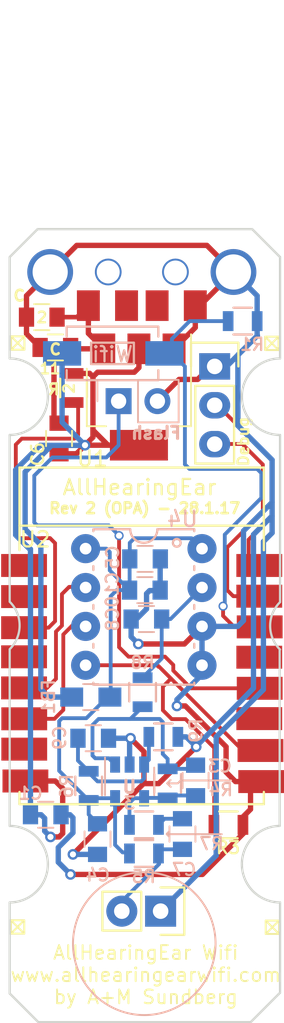
<source format=kicad_pcb>
(kicad_pcb (version 4) (host pcbnew 4.0.4-stable)

  (general
    (links 64)
    (no_connects 0)
    (area 140.549999 39.324999 161.450001 106.500001)
    (thickness 1.6)
    (drawings 67)
    (tracks 344)
    (zones 0)
    (modules 30)
    (nets 19)
  )

  (page A4)
  (layers
    (0 F.Cu signal)
    (31 B.Cu signal)
    (32 B.Adhes user hide)
    (33 F.Adhes user hide)
    (34 B.Paste user hide)
    (35 F.Paste user hide)
    (36 B.SilkS user)
    (37 F.SilkS user)
    (38 B.Mask user hide)
    (39 F.Mask user hide)
    (40 Dwgs.User user hide)
    (41 Cmts.User user hide)
    (42 Eco1.User user hide)
    (43 Eco2.User user hide)
    (44 Edge.Cuts user)
    (45 Margin user hide)
    (46 B.CrtYd user hide)
    (47 F.CrtYd user hide)
    (48 B.Fab user hide)
    (49 F.Fab user hide)
  )

  (setup
    (last_trace_width 0.25)
    (trace_clearance 0.2)
    (zone_clearance 0.508)
    (zone_45_only yes)
    (trace_min 0.2)
    (segment_width 0.127)
    (edge_width 0.15)
    (via_size 0.6)
    (via_drill 0.4)
    (via_min_size 0.4)
    (via_min_drill 0.3)
    (uvia_size 0.3)
    (uvia_drill 0.1)
    (uvias_allowed no)
    (uvia_min_size 0.2)
    (uvia_min_drill 0.1)
    (pcb_text_width 0.3)
    (pcb_text_size 1.5 1.5)
    (mod_edge_width 0.15)
    (mod_text_size 1 1)
    (mod_text_width 0.15)
    (pad_size 2.5 1.6)
    (pad_drill 0)
    (pad_to_mask_clearance 0.2)
    (aux_axis_origin 0 0)
    (visible_elements 7FFEFFFF)
    (pcbplotparams
      (layerselection 0x010f0_80000001)
      (usegerberextensions false)
      (excludeedgelayer true)
      (linewidth 0.100000)
      (plotframeref false)
      (viasonmask false)
      (mode 1)
      (useauxorigin false)
      (hpglpennumber 1)
      (hpglpenspeed 20)
      (hpglpendiameter 15)
      (hpglpenoverlay 2)
      (psnegative false)
      (psa4output false)
      (plotreference true)
      (plotvalue true)
      (plotinvisibletext false)
      (padsonsilk false)
      (subtractmaskfromsilk false)
      (outputformat 1)
      (mirror false)
      (drillshape 0)
      (scaleselection 1)
      (outputdirectory ""))
  )

  (net 0 "")
  (net 1 GND)
  (net 2 VCC)
  (net 3 SS)
  (net 4 MISO)
  (net 5 SCLK)
  (net 6 +5V)
  (net 7 "Net-(C10-Pad2)")
  (net 8 "Net-(C8-Pad1)")
  (net 9 "Net-(C9-Pad2)")
  (net 10 "Net-(P2-Pad2)")
  (net 11 "Net-(P2-Pad3)")
  (net 12 "Net-(R1-Pad2)")
  (net 13 "Net-(R2-Pad1)")
  (net 14 "Net-(SW2-Pad1)")
  (net 15 "Net-(C3-Pad1)")
  (net 16 "Net-(C3-Pad2)")
  (net 17 "Net-(C7-Pad1)")
  (net 18 "Net-(C7-Pad2)")

  (net_class Default "This is the default net class."
    (clearance 0.2)
    (trace_width 0.25)
    (via_dia 0.6)
    (via_drill 0.4)
    (uvia_dia 0.3)
    (uvia_drill 0.1)
    (add_net MISO)
    (add_net "Net-(C10-Pad2)")
    (add_net "Net-(C3-Pad1)")
    (add_net "Net-(C3-Pad2)")
    (add_net "Net-(C7-Pad1)")
    (add_net "Net-(C7-Pad2)")
    (add_net "Net-(C8-Pad1)")
    (add_net "Net-(C9-Pad2)")
    (add_net "Net-(P2-Pad2)")
    (add_net "Net-(P2-Pad3)")
    (add_net "Net-(R1-Pad2)")
    (add_net "Net-(R2-Pad1)")
    (add_net "Net-(SW2-Pad1)")
    (add_net SCLK)
    (add_net SS)
  )

  (net_class BigGnd ""
    (clearance 0.3)
    (trace_width 0.45)
    (via_dia 0.6)
    (via_drill 0.4)
    (uvia_dia 0.3)
    (uvia_drill 0.1)
  )

  (net_class Power ""
    (clearance 0.3)
    (trace_width 0.35)
    (via_dia 0.7)
    (via_drill 0.4)
    (uvia_dia 0.3)
    (uvia_drill 0.1)
    (add_net +5V)
    (add_net GND)
    (add_net VCC)
  )

  (module Capacitors_SMD:C_0805 (layer B.Cu) (tedit 588CCCE2) (tstamp 588A5D07)
    (at 151 78.19 180)
    (descr "Capacitor SMD 0805, reflow soldering, AVX (see smccp.pdf)")
    (tags "capacitor 0805")
    (path /58499029)
    (attr smd)
    (fp_text reference C10 (at 2.14 0.02 270) (layer B.SilkS)
      (effects (font (size 0.8 0.8) (thickness 0.15)) (justify mirror))
    )
    (fp_text value 0,1 (at 0 -2.1 180) (layer B.Fab)
      (effects (font (size 1 1) (thickness 0.15)) (justify mirror))
    )
    (fp_line (start -1 -0.625) (end -1 0.625) (layer B.Fab) (width 0.1))
    (fp_line (start 1 -0.625) (end -1 -0.625) (layer B.Fab) (width 0.1))
    (fp_line (start 1 0.625) (end 1 -0.625) (layer B.Fab) (width 0.1))
    (fp_line (start -1 0.625) (end 1 0.625) (layer B.Fab) (width 0.1))
    (fp_line (start -1.8 1) (end 1.8 1) (layer B.CrtYd) (width 0.05))
    (fp_line (start -1.8 -1) (end 1.8 -1) (layer B.CrtYd) (width 0.05))
    (fp_line (start -1.8 1) (end -1.8 -1) (layer B.CrtYd) (width 0.05))
    (fp_line (start 1.8 1) (end 1.8 -1) (layer B.CrtYd) (width 0.05))
    (fp_line (start 0.5 0.85) (end -0.5 0.85) (layer B.SilkS) (width 0.12))
    (fp_line (start -0.5 -0.85) (end 0.5 -0.85) (layer B.SilkS) (width 0.12))
    (pad 1 smd rect (at -1 0 180) (size 1 1.25) (layers B.Cu B.Paste B.Mask)
      (net 1 GND))
    (pad 2 smd rect (at 1 0 180) (size 1 1.25) (layers B.Cu B.Paste B.Mask)
      (net 7 "Net-(C10-Pad2)"))
    (model Capacitors_SMD.3dshapes/C_0805.wrl
      (at (xyz 0 0 0))
      (scale (xyz 1 1 1))
      (rotate (xyz 0 0 0))
    )
  )

  (module Power_Integrations:PDIP-8 (layer B.Cu) (tedit 588CCA20) (tstamp 588A5E5C)
    (at 150.93 79.29 270)
    (descr "PDIP-8 Standard 300mil 8pin Dual In Line Package")
    (tags "Power Integrations P Package")
    (path /58495F1E)
    (fp_text reference U4 (at -5.75 -2.53 540) (layer B.SilkS)
      (effects (font (size 1 1) (thickness 0.15)) (justify mirror))
    )
    (fp_text value MCP3201 (at 0 0 270) (layer B.Fab)
      (effects (font (size 1 1) (thickness 0.15)) (justify mirror))
    )
    (fp_line (start -5.08 -0.889) (end -5.08 -3.302) (layer B.SilkS) (width 0.15))
    (fp_line (start -5.08 0.889) (end -5.08 3.302) (layer B.SilkS) (width 0.15))
    (fp_arc (start -5.08 0) (end -4.191 0) (angle -90) (layer B.SilkS) (width 0.15))
    (fp_arc (start -5.08 0) (end -5.08 0.889) (angle -90) (layer B.SilkS) (width 0.15))
    (fp_circle (center -4.191 -2.159) (end -3.937 -2.159) (layer B.SilkS) (width 0.15))
    (fp_line (start 5.08 -3.302) (end 4.953 -3.302) (layer B.SilkS) (width 0.15))
    (fp_line (start 2.413 -3.302) (end 2.667 -3.302) (layer B.SilkS) (width 0.15))
    (fp_line (start -0.127 -3.302) (end 0.127 -3.302) (layer B.SilkS) (width 0.15))
    (fp_line (start -2.667 -3.302) (end -2.413 -3.302) (layer B.SilkS) (width 0.15))
    (fp_line (start -5.08 -3.302) (end -4.953 -3.302) (layer B.SilkS) (width 0.15))
    (fp_line (start -5.08 3.302) (end -4.953 3.302) (layer B.SilkS) (width 0.15))
    (fp_line (start 5.08 3.302) (end 4.953 3.302) (layer B.SilkS) (width 0.15))
    (fp_line (start 2.413 3.302) (end 2.667 3.302) (layer B.SilkS) (width 0.15))
    (fp_line (start -0.127 3.302) (end 0.127 3.302) (layer B.SilkS) (width 0.15))
    (fp_line (start -2.667 3.302) (end -2.413 3.302) (layer B.SilkS) (width 0.15))
    (fp_line (start 5.08 -3.302) (end 5.08 3.302) (layer B.SilkS) (width 0.15))
    (pad 1 thru_hole circle (at -3.81 -3.81 270) (size 1.905 1.905) (drill 0.762) (layers *.Cu *.Mask)
      (net 7 "Net-(C10-Pad2)"))
    (pad 2 thru_hole circle (at -1.27 -3.81 270) (size 1.905 1.905) (drill 0.762) (layers *.Cu *.Mask)
      (net 8 "Net-(C8-Pad1)"))
    (pad 3 thru_hole circle (at 1.27 -3.81 270) (size 1.905 1.905) (drill 0.762) (layers *.Cu *.Mask)
      (net 1 GND))
    (pad 4 thru_hole circle (at 3.81 -3.81 270) (size 1.905 1.905) (drill 0.762) (layers *.Cu *.Mask)
      (net 1 GND))
    (pad 5 thru_hole circle (at 3.81 3.81 270) (size 1.905 1.905) (drill 0.762) (layers *.Cu *.Mask)
      (net 3 SS))
    (pad 6 thru_hole circle (at 1.27 3.81 270) (size 1.905 1.905) (drill 0.762) (layers *.Cu *.Mask)
      (net 4 MISO))
    (pad 7 thru_hole circle (at -1.27 3.81 270) (size 1.905 1.905) (drill 0.762) (layers *.Cu *.Mask)
      (net 5 SCLK))
    (pad 8 thru_hole circle (at -3.81 3.81 270) (size 1.905 1.905) (drill 0.762) (layers *.Cu *.Mask)
      (net 7 "Net-(C10-Pad2)"))
  )

  (module ASKicadLib:ESP-07_AS (layer F.Cu) (tedit 588D078D) (tstamp 588A5E2C)
    (at 143.79 76.58)
    (descr "Module, ESP-8266, ESP-07v2, 16 pad, SMD")
    (tags "Module ESP-8266 ESP8266")
    (path /58495FE2)
    (fp_text reference U2 (at 0.025 -1.7 180) (layer F.SilkS)
      (effects (font (size 1 1) (thickness 0.15)))
    )
    (fp_text value ESP-07v2 (at 7.25 2.25) (layer F.Fab)
      (effects (font (size 1 1) (thickness 0.15)))
    )
    (fp_line (start -2.25 -0.5) (end -2.25 -6.65) (layer F.CrtYd) (width 0.05))
    (fp_line (start -2.25 -6.65) (end 16.25 -6.65) (layer F.CrtYd) (width 0.05))
    (fp_line (start 16.25 -6.65) (end 16.25 16) (layer F.CrtYd) (width 0.05))
    (fp_line (start 16.25 16) (end -2.25 16) (layer F.CrtYd) (width 0.05))
    (fp_line (start -2.25 16) (end -2.25 -0.5) (layer F.CrtYd) (width 0.05))
    (fp_line (start -1 -6.4) (end 15 -6.4) (layer F.SilkS) (width 0.1524))
    (fp_line (start 15 -6.4) (end 15 -1) (layer F.SilkS) (width 0.1524))
    (fp_line (start -1 -6.4) (end -1 -1) (layer F.SilkS) (width 0.1524))
    (fp_line (start -1 14.8) (end -1 15.6) (layer F.SilkS) (width 0.1524))
    (fp_line (start -1 15.6) (end 15 15.6) (layer F.SilkS) (width 0.1524))
    (fp_line (start 15 15.6) (end 15 14.8) (layer F.SilkS) (width 0.1524))
    (fp_text user AllHearingEar (at 6.86 -5.11) (layer F.SilkS)
      (effects (font (size 1 1) (thickness 0.15)))
    )
    (fp_line (start -1.008 -2.6) (end 14.992 -2.6) (layer F.SilkS) (width 0.1524))
    (fp_line (start 15 -6.4) (end 15 15.6) (layer F.Fab) (width 0.05))
    (fp_line (start 15 15.6) (end -1 15.6) (layer F.Fab) (width 0.05))
    (fp_line (start -1.008 15.6) (end -1.008 -6.4) (layer F.Fab) (width 0.05))
    (fp_line (start -1 -6.4) (end 15 -6.4) (layer F.Fab) (width 0.05))
    (pad 9 smd rect (at 14.127 14.1224) (size 3 1.5) (drill (offset 0.7 0)) (layers F.Cu F.Paste F.Mask)
      (net 1 GND))
    (pad 10 smd rect (at 14.0762 12.0904) (size 3 1.5) (drill (offset 0.7 0)) (layers F.Cu F.Paste F.Mask)
      (net 3 SS))
    (pad 11 smd rect (at 14 10.0076) (size 3 1.5) (drill (offset 0.7 0)) (layers F.Cu F.Paste F.Mask))
    (pad 12 smd rect (at 14.0254 8.0264) (size 3 1.5) (drill (offset 0.7 0)) (layers F.Cu F.Paste F.Mask)
      (net 14 "Net-(SW2-Pad1)"))
    (pad 13 smd rect (at 14 5.9944) (size 3 1.5) (drill (offset 0.7 0)) (layers F.Cu F.Paste F.Mask))
    (pad 14 smd rect (at 14.0254 4.0132) (size 3 1.5) (drill (offset 0.7 0)) (layers F.Cu F.Paste F.Mask)
      (net 12 "Net-(R1-Pad2)"))
    (pad 15 smd rect (at 14 2.0066) (size 3 1.5) (drill (offset 0.7 0)) (layers F.Cu F.Paste F.Mask)
      (net 11 "Net-(P2-Pad3)"))
    (pad 8 smd rect (at 0.0889 14.0843) (size 3 1.5) (drill (offset -0.7 0)) (layers F.Cu F.Paste F.Mask)
      (net 2 VCC))
    (pad 7 smd rect (at 0.0127 12.0015) (size 3 1.5) (drill (offset -0.7 0)) (layers F.Cu F.Paste F.Mask))
    (pad 6 smd rect (at 0.0127 10.0203) (size 3 1.5) (drill (offset -0.7 0)) (layers F.Cu F.Paste F.Mask)
      (net 4 MISO))
    (pad 5 smd rect (at 0 8.001) (size 3 1.5) (drill (offset -0.7 0)) (layers F.Cu F.Paste F.Mask)
      (net 5 SCLK))
    (pad 4 smd rect (at 0 5.969) (size 3 1.5) (drill (offset -0.7 0)) (layers F.Cu F.Paste F.Mask))
    (pad 3 smd rect (at 0 4.064) (size 3 1.5) (drill (offset -0.7 0)) (layers F.Cu F.Paste F.Mask)
      (net 13 "Net-(R2-Pad1)"))
    (pad 2 smd rect (at 0 2.032) (size 3 1.5) (drill (offset -0.7 0)) (layers F.Cu F.Paste F.Mask))
    (pad 1 smd rect (at 0 0) (size 3 1.5) (drill (offset -0.7 0)) (layers F.Cu F.Paste F.Mask))
    (pad 16 smd rect (at 14 0) (size 3 1.5) (drill (offset 0.7 0)) (layers F.Cu F.Paste F.Mask)
      (net 10 "Net-(P2-Pad2)"))
    (model ${ESPLIB}/ESP8266.3dshapes/ESP-07v2.wrl
      (at (xyz 0 0 0))
      (scale (xyz 0.3937 0.3937 0.3937))
      (rotate (xyz 0 0 0))
    )
  )

  (module Capacitors_SMD:C_0805_HandSoldering (layer B.Cu) (tedit 588CCD44) (tstamp 588A5D17)
    (at 147.46 85.18 180)
    (descr "Capacitor SMD 0805, hand soldering")
    (tags "capacitor 0805")
    (path /5849DA18)
    (attr smd)
    (fp_text reference FB1 (at 2.77 0.02 270) (layer B.SilkS)
      (effects (font (size 0.8 0.8) (thickness 0.15)) (justify mirror))
    )
    (fp_text value FERRITE (at 0 -2.1 180) (layer B.Fab)
      (effects (font (size 1 1) (thickness 0.15)) (justify mirror))
    )
    (fp_line (start -1 -0.625) (end -1 0.625) (layer B.Fab) (width 0.1))
    (fp_line (start 1 -0.625) (end -1 -0.625) (layer B.Fab) (width 0.1))
    (fp_line (start 1 0.625) (end 1 -0.625) (layer B.Fab) (width 0.1))
    (fp_line (start -1 0.625) (end 1 0.625) (layer B.Fab) (width 0.1))
    (fp_line (start -2.3 1) (end 2.3 1) (layer B.CrtYd) (width 0.05))
    (fp_line (start -2.3 -1) (end 2.3 -1) (layer B.CrtYd) (width 0.05))
    (fp_line (start -2.3 1) (end -2.3 -1) (layer B.CrtYd) (width 0.05))
    (fp_line (start 2.3 1) (end 2.3 -1) (layer B.CrtYd) (width 0.05))
    (fp_line (start 0.5 0.85) (end -0.5 0.85) (layer B.SilkS) (width 0.12))
    (fp_line (start -0.5 -0.85) (end 0.5 -0.85) (layer B.SilkS) (width 0.12))
    (pad 1 smd rect (at -1.25 0 180) (size 1.5 1.25) (layers B.Cu B.Paste B.Mask)
      (net 7 "Net-(C10-Pad2)"))
    (pad 2 smd rect (at 1.25 0 180) (size 1.5 1.25) (layers B.Cu B.Paste B.Mask)
      (net 2 VCC))
    (model Capacitors_SMD.3dshapes/C_0805_HandSoldering.wrl
      (at (xyz 0 0 0))
      (scale (xyz 1 1 1))
      (rotate (xyz 0 0 0))
    )
  )

  (module Buttons_Switches_SMD:SW_SPST_EVQPE1 (layer B.Cu) (tedit 588CCF8B) (tstamp 588B7613)
    (at 148.88 62.72 180)
    (descr "Light Touch Switch")
    (path /5849753C)
    (attr smd)
    (fp_text reference Wifi (at 0 -0.06 180) (layer B.SilkS)
      (effects (font (size 1 1) (thickness 0.15)) (justify mirror))
    )
    (fp_text value SW_PUSH (at 0 -3 180) (layer B.Fab)
      (effects (font (size 1 1) (thickness 0.15)) (justify mirror))
    )
    (fp_line (start -1.4 0.7) (end 1.4 0.7) (layer B.SilkS) (width 0.15))
    (fp_line (start 1.4 0.7) (end 1.4 -0.7) (layer B.SilkS) (width 0.15))
    (fp_line (start 1.4 -0.7) (end -1.4 -0.7) (layer B.SilkS) (width 0.15))
    (fp_line (start -1.4 -0.7) (end -1.4 0.7) (layer B.SilkS) (width 0.15))
    (fp_line (start -3.95 2) (end 3.95 2) (layer B.CrtYd) (width 0.05))
    (fp_line (start 3.95 2) (end 3.95 -2) (layer B.CrtYd) (width 0.05))
    (fp_line (start 3.95 -2) (end -3.95 -2) (layer B.CrtYd) (width 0.05))
    (fp_line (start -3.95 -2) (end -3.95 2) (layer B.CrtYd) (width 0.05))
    (fp_line (start 3 1.75) (end 3 1.1) (layer B.SilkS) (width 0.15))
    (fp_line (start 3 -1.75) (end 3 -1.1) (layer B.SilkS) (width 0.15))
    (fp_line (start -3 -1.1) (end -3 -1.75) (layer B.SilkS) (width 0.15))
    (fp_line (start -3 1.75) (end -3 1.1) (layer B.SilkS) (width 0.15))
    (fp_line (start 3 1.75) (end -3 1.75) (layer B.SilkS) (width 0.15))
    (fp_line (start -3 -1.75) (end 3 -1.75) (layer B.SilkS) (width 0.15))
    (pad 2 smd rect (at 3.3 0 180) (size 2.5 1.6) (layers B.Cu B.Paste B.Mask)
      (net 2 VCC))
    (pad 1 smd rect (at -3.4 0 180) (size 2.5 1.6) (layers B.Cu B.Paste B.Mask)
      (net 12 "Net-(R1-Pad2)"))
  )

  (module Socket_Strips:Socket_Strip_Straight_1x02 (layer F.Cu) (tedit 588CCD60) (tstamp 588A5D3A)
    (at 152.03 99.17 180)
    (descr "Through hole socket strip")
    (tags "socket strip")
    (path /58497FE6)
    (fp_text reference "" (at 4.78 -0.7 180) (layer F.SilkS)
      (effects (font (size 1 1) (thickness 0.15)))
    )
    (fp_text value MIC (at 0 -3.1 180) (layer F.Fab)
      (effects (font (size 1 1) (thickness 0.15)))
    )
    (fp_line (start -1.55 1.55) (end 0 1.55) (layer F.SilkS) (width 0.15))
    (fp_line (start 3.81 1.27) (end 1.27 1.27) (layer F.SilkS) (width 0.15))
    (fp_line (start -1.75 -1.75) (end -1.75 1.75) (layer F.CrtYd) (width 0.05))
    (fp_line (start 4.3 -1.75) (end 4.3 1.75) (layer F.CrtYd) (width 0.05))
    (fp_line (start -1.75 -1.75) (end 4.3 -1.75) (layer F.CrtYd) (width 0.05))
    (fp_line (start -1.75 1.75) (end 4.3 1.75) (layer F.CrtYd) (width 0.05))
    (fp_line (start 1.27 1.27) (end 1.27 -1.27) (layer F.SilkS) (width 0.15))
    (fp_line (start 0 -1.55) (end -1.55 -1.55) (layer F.SilkS) (width 0.15))
    (fp_line (start -1.55 -1.55) (end -1.55 1.55) (layer F.SilkS) (width 0.15))
    (fp_line (start 1.27 -1.27) (end 3.81 -1.27) (layer F.SilkS) (width 0.15))
    (fp_line (start 3.81 -1.27) (end 3.81 1.27) (layer F.SilkS) (width 0.15))
    (pad 1 thru_hole rect (at 0 0 180) (size 2.032 2.032) (drill 1.016) (layers *.Cu *.Mask)
      (net 1 GND))
    (pad 2 thru_hole oval (at 2.54 0 180) (size 2.032 2.032) (drill 1.016) (layers *.Cu *.Mask)
      (net 17 "Net-(C7-Pad1)"))
    (model Socket_Strips.3dshapes/Socket_Strip_Straight_1x02.wrl
      (at (xyz 0.05 0 0))
      (scale (xyz 1 1 1))
      (rotate (xyz 0 0 180))
    )
  )

  (module Resistors_SMD:R_0805 (layer B.Cu) (tedit 588CCFFE) (tstamp 588A5D8A)
    (at 150.94 95.4 180)
    (descr "Resistor SMD 0805, reflow soldering, Vishay (see dcrcw.pdf)")
    (tags "resistor 0805")
    (path /5883C2C5)
    (attr smd)
    (fp_text reference R5 (at 0.02 -1.51 180) (layer B.SilkS)
      (effects (font (size 0.8 0.8) (thickness 0.15)) (justify mirror))
    )
    (fp_text value 2,2k (at 0 -2.1 180) (layer B.Fab)
      (effects (font (size 1 1) (thickness 0.15)) (justify mirror))
    )
    (fp_line (start -1 -0.625) (end -1 0.625) (layer B.Fab) (width 0.1))
    (fp_line (start 1 -0.625) (end -1 -0.625) (layer B.Fab) (width 0.1))
    (fp_line (start 1 0.625) (end 1 -0.625) (layer B.Fab) (width 0.1))
    (fp_line (start -1 0.625) (end 1 0.625) (layer B.Fab) (width 0.1))
    (fp_line (start -1.6 1) (end 1.6 1) (layer B.CrtYd) (width 0.05))
    (fp_line (start -1.6 -1) (end 1.6 -1) (layer B.CrtYd) (width 0.05))
    (fp_line (start -1.6 1) (end -1.6 -1) (layer B.CrtYd) (width 0.05))
    (fp_line (start 1.6 1) (end 1.6 -1) (layer B.CrtYd) (width 0.05))
    (fp_line (start 0.6 -0.875) (end -0.6 -0.875) (layer B.SilkS) (width 0.15))
    (fp_line (start -0.6 0.875) (end 0.6 0.875) (layer B.SilkS) (width 0.15))
    (pad 1 smd rect (at -0.95 0 180) (size 0.7 1.3) (layers B.Cu B.Paste B.Mask)
      (net 17 "Net-(C7-Pad1)"))
    (pad 2 smd rect (at 0.95 0 180) (size 0.7 1.3) (layers B.Cu B.Paste B.Mask)
      (net 7 "Net-(C10-Pad2)"))
    (model Resistors_SMD.3dshapes/R_0805.wrl
      (at (xyz 0 0 0))
      (scale (xyz 1 1 1))
      (rotate (xyz 0 0 0))
    )
  )

  (module TO_SOT_Packages_SMD:SOT-23-5 (layer B.Cu) (tedit 588CCD25) (tstamp 588A5E40)
    (at 150 90.69 270)
    (descr "5-pin SOT23 package")
    (tags SOT-23-5)
    (path /588A36DC)
    (attr smd)
    (fp_text reference 3 (at 1.42 0.02 360) (layer B.SilkS)
      (effects (font (size 0.8 0.8) (thickness 0.15)) (justify mirror))
    )
    (fp_text value OPA345 (at 0 -2.9 270) (layer B.Fab)
      (effects (font (size 1 1) (thickness 0.15)) (justify mirror))
    )
    (fp_line (start -0.9 -1.61) (end 0.9 -1.61) (layer B.SilkS) (width 0.12))
    (fp_line (start 0.9 1.61) (end -1.55 1.61) (layer B.SilkS) (width 0.12))
    (fp_line (start -1.9 1.8) (end 1.9 1.8) (layer B.CrtYd) (width 0.05))
    (fp_line (start 1.9 1.8) (end 1.9 -1.8) (layer B.CrtYd) (width 0.05))
    (fp_line (start 1.9 -1.8) (end -1.9 -1.8) (layer B.CrtYd) (width 0.05))
    (fp_line (start -1.9 -1.8) (end -1.9 1.8) (layer B.CrtYd) (width 0.05))
    (fp_line (start -0.4 1.55) (end -0.9 1.05) (layer B.Fab) (width 0.1))
    (fp_line (start 0.9 1.55) (end -0.4 1.55) (layer B.Fab) (width 0.1))
    (fp_line (start -0.9 1.05) (end -0.9 -1.55) (layer B.Fab) (width 0.1))
    (fp_line (start 0.9 -1.55) (end -0.9 -1.55) (layer B.Fab) (width 0.1))
    (fp_line (start 0.9 1.55) (end 0.9 -1.55) (layer B.Fab) (width 0.1))
    (pad 1 smd rect (at -1.1 0.95 270) (size 1.06 0.65) (layers B.Cu B.Paste B.Mask)
      (net 15 "Net-(C3-Pad1)"))
    (pad 2 smd rect (at -1.1 0 270) (size 1.06 0.65) (layers B.Cu B.Paste B.Mask)
      (net 1 GND))
    (pad 3 smd rect (at -1.1 -0.95 270) (size 1.06 0.65) (layers B.Cu B.Paste B.Mask)
      (net 9 "Net-(C9-Pad2)"))
    (pad 4 smd rect (at 1.1 -0.95 270) (size 1.06 0.65) (layers B.Cu B.Paste B.Mask)
      (net 16 "Net-(C3-Pad2)"))
    (pad 5 smd rect (at 1.1 0.95 270) (size 1.06 0.65) (layers B.Cu B.Paste B.Mask)
      (net 7 "Net-(C10-Pad2)"))
    (model TO_SOT_Packages_SMD.3dshapes/SOT-23-5.wrl
      (at (xyz 0 0 0))
      (scale (xyz 1 1 1))
      (rotate (xyz 0 0 0))
    )
  )

  (module Capacitors_SMD:C_0805 (layer B.Cu) (tedit 588CCD40) (tstamp 588A5C77)
    (at 144.51 92.87)
    (descr "Capacitor SMD 0805, reflow soldering, AVX (see smccp.pdf)")
    (tags "capacitor 0805")
    (path /58496C2E)
    (attr smd)
    (fp_text reference C1 (at -0.99 -1.4 180) (layer B.SilkS)
      (effects (font (size 0.8 0.8) (thickness 0.15)) (justify mirror))
    )
    (fp_text value 0,1uF (at 0 -2.1) (layer B.Fab)
      (effects (font (size 1 1) (thickness 0.15)) (justify mirror))
    )
    (fp_line (start -1 -0.625) (end -1 0.625) (layer B.Fab) (width 0.1))
    (fp_line (start 1 -0.625) (end -1 -0.625) (layer B.Fab) (width 0.1))
    (fp_line (start 1 0.625) (end 1 -0.625) (layer B.Fab) (width 0.1))
    (fp_line (start -1 0.625) (end 1 0.625) (layer B.Fab) (width 0.1))
    (fp_line (start -1.8 1) (end 1.8 1) (layer B.CrtYd) (width 0.05))
    (fp_line (start -1.8 -1) (end 1.8 -1) (layer B.CrtYd) (width 0.05))
    (fp_line (start -1.8 1) (end -1.8 -1) (layer B.CrtYd) (width 0.05))
    (fp_line (start 1.8 1) (end 1.8 -1) (layer B.CrtYd) (width 0.05))
    (fp_line (start 0.5 0.85) (end -0.5 0.85) (layer B.SilkS) (width 0.12))
    (fp_line (start -0.5 -0.85) (end 0.5 -0.85) (layer B.SilkS) (width 0.12))
    (pad 1 smd rect (at -1 0) (size 1 1.25) (layers B.Cu B.Paste B.Mask)
      (net 2 VCC))
    (pad 2 smd rect (at 1 0) (size 1 1.25) (layers B.Cu B.Paste B.Mask)
      (net 1 GND))
    (model Capacitors_SMD.3dshapes/C_0805.wrl
      (at (xyz 0 0 0))
      (scale (xyz 1 1 1))
      (rotate (xyz 0 0 0))
    )
  )

  (module Capacitors_SMD:C_0805 (layer F.Cu) (tedit 588CCBF1) (tstamp 588A5C87)
    (at 144.25 60.35 180)
    (descr "Capacitor SMD 0805, reflow soldering, AVX (see smccp.pdf)")
    (tags "capacitor 0805")
    (path /58496BB4)
    (attr smd)
    (fp_text reference 2 (at -0.01 -0.02 360) (layer F.SilkS)
      (effects (font (size 0.7 0.7) (thickness 0.15)))
    )
    (fp_text value 10uF (at 0 2.1 180) (layer F.Fab)
      (effects (font (size 1 1) (thickness 0.15)))
    )
    (fp_line (start -1 0.625) (end -1 -0.625) (layer F.Fab) (width 0.1))
    (fp_line (start 1 0.625) (end -1 0.625) (layer F.Fab) (width 0.1))
    (fp_line (start 1 -0.625) (end 1 0.625) (layer F.Fab) (width 0.1))
    (fp_line (start -1 -0.625) (end 1 -0.625) (layer F.Fab) (width 0.1))
    (fp_line (start -1.8 -1) (end 1.8 -1) (layer F.CrtYd) (width 0.05))
    (fp_line (start -1.8 1) (end 1.8 1) (layer F.CrtYd) (width 0.05))
    (fp_line (start -1.8 -1) (end -1.8 1) (layer F.CrtYd) (width 0.05))
    (fp_line (start 1.8 -1) (end 1.8 1) (layer F.CrtYd) (width 0.05))
    (fp_line (start 0.5 -0.85) (end -0.5 -0.85) (layer F.SilkS) (width 0.12))
    (fp_line (start -0.5 0.85) (end 0.5 0.85) (layer F.SilkS) (width 0.12))
    (pad 1 smd rect (at -1 0 180) (size 1 1.25) (layers F.Cu F.Paste F.Mask)
      (net 6 +5V))
    (pad 2 smd rect (at 1 0 180) (size 1 1.25) (layers F.Cu F.Paste F.Mask)
      (net 1 GND))
    (model Capacitors_SMD.3dshapes/C_0805.wrl
      (at (xyz 0 0 0))
      (scale (xyz 1 1 1))
      (rotate (xyz 0 0 0))
    )
  )

  (module Capacitors_SMD:C_0805 (layer B.Cu) (tedit 588CD0AC) (tstamp 588A5C97)
    (at 154.32 90.63 270)
    (descr "Capacitor SMD 0805, reflow soldering, AVX (see smccp.pdf)")
    (tags "capacitor 0805")
    (path /588A4569)
    (attr smd)
    (fp_text reference C3 (at -0.94 -1.58 540) (layer B.SilkS)
      (effects (font (size 0.8 0.8) (thickness 0.15)) (justify mirror))
    )
    (fp_text value 0,1 (at 0 -2.1 270) (layer B.Fab)
      (effects (font (size 1 1) (thickness 0.15)) (justify mirror))
    )
    (fp_line (start -1 -0.625) (end -1 0.625) (layer B.Fab) (width 0.1))
    (fp_line (start 1 -0.625) (end -1 -0.625) (layer B.Fab) (width 0.1))
    (fp_line (start 1 0.625) (end 1 -0.625) (layer B.Fab) (width 0.1))
    (fp_line (start -1 0.625) (end 1 0.625) (layer B.Fab) (width 0.1))
    (fp_line (start -1.8 1) (end 1.8 1) (layer B.CrtYd) (width 0.05))
    (fp_line (start -1.8 -1) (end 1.8 -1) (layer B.CrtYd) (width 0.05))
    (fp_line (start -1.8 1) (end -1.8 -1) (layer B.CrtYd) (width 0.05))
    (fp_line (start 1.8 1) (end 1.8 -1) (layer B.CrtYd) (width 0.05))
    (fp_line (start 0.5 0.85) (end -0.5 0.85) (layer B.SilkS) (width 0.12))
    (fp_line (start -0.5 -0.85) (end 0.5 -0.85) (layer B.SilkS) (width 0.12))
    (pad 1 smd rect (at -1 0 270) (size 1 1.25) (layers B.Cu B.Paste B.Mask)
      (net 15 "Net-(C3-Pad1)"))
    (pad 2 smd rect (at 1 0 270) (size 1 1.25) (layers B.Cu B.Paste B.Mask)
      (net 16 "Net-(C3-Pad2)"))
    (model Capacitors_SMD.3dshapes/C_0805.wrl
      (at (xyz 0 0 0))
      (scale (xyz 1 1 1))
      (rotate (xyz 0 0 0))
    )
  )

  (module Capacitors_SMD:C_0805 (layer B.Cu) (tedit 588CCD69) (tstamp 588A5CA7)
    (at 147.9 94.46 270)
    (descr "Capacitor SMD 0805, reflow soldering, AVX (see smccp.pdf)")
    (tags "capacitor 0805")
    (path /588A3AB8)
    (attr smd)
    (fp_text reference C4 (at 2.35 -0.02 360) (layer B.SilkS)
      (effects (font (size 0.8 0.8) (thickness 0.15)) (justify mirror))
    )
    (fp_text value 0,1 (at 0 -2.1 270) (layer B.Fab)
      (effects (font (size 1 1) (thickness 0.15)) (justify mirror))
    )
    (fp_line (start -1 -0.625) (end -1 0.625) (layer B.Fab) (width 0.1))
    (fp_line (start 1 -0.625) (end -1 -0.625) (layer B.Fab) (width 0.1))
    (fp_line (start 1 0.625) (end 1 -0.625) (layer B.Fab) (width 0.1))
    (fp_line (start -1 0.625) (end 1 0.625) (layer B.Fab) (width 0.1))
    (fp_line (start -1.8 1) (end 1.8 1) (layer B.CrtYd) (width 0.05))
    (fp_line (start -1.8 -1) (end 1.8 -1) (layer B.CrtYd) (width 0.05))
    (fp_line (start -1.8 1) (end -1.8 -1) (layer B.CrtYd) (width 0.05))
    (fp_line (start 1.8 1) (end 1.8 -1) (layer B.CrtYd) (width 0.05))
    (fp_line (start 0.5 0.85) (end -0.5 0.85) (layer B.SilkS) (width 0.12))
    (fp_line (start -0.5 -0.85) (end 0.5 -0.85) (layer B.SilkS) (width 0.12))
    (pad 1 smd rect (at -1 0 270) (size 1 1.25) (layers B.Cu B.Paste B.Mask)
      (net 7 "Net-(C10-Pad2)"))
    (pad 2 smd rect (at 1 0 270) (size 1 1.25) (layers B.Cu B.Paste B.Mask)
      (net 1 GND))
    (model Capacitors_SMD.3dshapes/C_0805.wrl
      (at (xyz 0 0 0))
      (scale (xyz 1 1 1))
      (rotate (xyz 0 0 0))
    )
  )

  (module Capacitors_SMD:C_0805 (layer B.Cu) (tedit 588CCCEB) (tstamp 588A5CB7)
    (at 151.01 76.15 180)
    (descr "Capacitor SMD 0805, reflow soldering, AVX (see smccp.pdf)")
    (tags "capacitor 0805")
    (path /584989F9)
    (attr smd)
    (fp_text reference C5 (at 2.12 0.09 270) (layer B.SilkS)
      (effects (font (size 0.8 0.8) (thickness 0.15)) (justify mirror))
    )
    (fp_text value 0,1 (at 0 -2.1 180) (layer B.Fab)
      (effects (font (size 1 1) (thickness 0.15)) (justify mirror))
    )
    (fp_line (start -1 -0.625) (end -1 0.625) (layer B.Fab) (width 0.1))
    (fp_line (start 1 -0.625) (end -1 -0.625) (layer B.Fab) (width 0.1))
    (fp_line (start 1 0.625) (end 1 -0.625) (layer B.Fab) (width 0.1))
    (fp_line (start -1 0.625) (end 1 0.625) (layer B.Fab) (width 0.1))
    (fp_line (start -1.8 1) (end 1.8 1) (layer B.CrtYd) (width 0.05))
    (fp_line (start -1.8 -1) (end 1.8 -1) (layer B.CrtYd) (width 0.05))
    (fp_line (start -1.8 1) (end -1.8 -1) (layer B.CrtYd) (width 0.05))
    (fp_line (start 1.8 1) (end 1.8 -1) (layer B.CrtYd) (width 0.05))
    (fp_line (start 0.5 0.85) (end -0.5 0.85) (layer B.SilkS) (width 0.12))
    (fp_line (start -0.5 -0.85) (end 0.5 -0.85) (layer B.SilkS) (width 0.12))
    (pad 1 smd rect (at -1 0 180) (size 1 1.25) (layers B.Cu B.Paste B.Mask)
      (net 1 GND))
    (pad 2 smd rect (at 1 0 180) (size 1 1.25) (layers B.Cu B.Paste B.Mask)
      (net 7 "Net-(C10-Pad2)"))
    (model Capacitors_SMD.3dshapes/C_0805.wrl
      (at (xyz 0 0 0))
      (scale (xyz 1 1 1))
      (rotate (xyz 0 0 0))
    )
  )

  (module Capacitors_SMD:C_0805 (layer B.Cu) (tedit 588CD018) (tstamp 588A5CD7)
    (at 153.46 94.13 90)
    (descr "Capacitor SMD 0805, reflow soldering, AVX (see smccp.pdf)")
    (tags "capacitor 0805")
    (path /5883C0F0)
    (attr smd)
    (fp_text reference C7 (at -2.32 0.11 360) (layer B.SilkS)
      (effects (font (size 0.8 0.8) (thickness 0.15)) (justify mirror))
    )
    (fp_text value 4,7 (at 0 -2.1 90) (layer B.Fab)
      (effects (font (size 1 1) (thickness 0.15)) (justify mirror))
    )
    (fp_line (start -1 -0.625) (end -1 0.625) (layer B.Fab) (width 0.1))
    (fp_line (start 1 -0.625) (end -1 -0.625) (layer B.Fab) (width 0.1))
    (fp_line (start 1 0.625) (end 1 -0.625) (layer B.Fab) (width 0.1))
    (fp_line (start -1 0.625) (end 1 0.625) (layer B.Fab) (width 0.1))
    (fp_line (start -1.8 1) (end 1.8 1) (layer B.CrtYd) (width 0.05))
    (fp_line (start -1.8 -1) (end 1.8 -1) (layer B.CrtYd) (width 0.05))
    (fp_line (start -1.8 1) (end -1.8 -1) (layer B.CrtYd) (width 0.05))
    (fp_line (start 1.8 1) (end 1.8 -1) (layer B.CrtYd) (width 0.05))
    (fp_line (start 0.5 0.85) (end -0.5 0.85) (layer B.SilkS) (width 0.12))
    (fp_line (start -0.5 -0.85) (end 0.5 -0.85) (layer B.SilkS) (width 0.12))
    (pad 1 smd rect (at -1 0 90) (size 1 1.25) (layers B.Cu B.Paste B.Mask)
      (net 17 "Net-(C7-Pad1)"))
    (pad 2 smd rect (at 1 0 90) (size 1 1.25) (layers B.Cu B.Paste B.Mask)
      (net 18 "Net-(C7-Pad2)"))
    (model Capacitors_SMD.3dshapes/C_0805.wrl
      (at (xyz 0 0 0))
      (scale (xyz 1 1 1))
      (rotate (xyz 0 0 0))
    )
  )

  (module Capacitors_SMD:C_0805 (layer B.Cu) (tedit 588CCCE6) (tstamp 588A5CE7)
    (at 151.1 80.08 180)
    (descr "Capacitor SMD 0805, reflow soldering, AVX (see smccp.pdf)")
    (tags "capacitor 0805")
    (path /588A67A8)
    (attr smd)
    (fp_text reference C8 (at 2.22 -0.01 270) (layer B.SilkS)
      (effects (font (size 0.8 0.8) (thickness 0.15)) (justify mirror))
    )
    (fp_text value 3300pF (at 0 -2.1 180) (layer B.Fab)
      (effects (font (size 1 1) (thickness 0.15)) (justify mirror))
    )
    (fp_line (start -1 -0.625) (end -1 0.625) (layer B.Fab) (width 0.1))
    (fp_line (start 1 -0.625) (end -1 -0.625) (layer B.Fab) (width 0.1))
    (fp_line (start 1 0.625) (end 1 -0.625) (layer B.Fab) (width 0.1))
    (fp_line (start -1 0.625) (end 1 0.625) (layer B.Fab) (width 0.1))
    (fp_line (start -1.8 1) (end 1.8 1) (layer B.CrtYd) (width 0.05))
    (fp_line (start -1.8 -1) (end 1.8 -1) (layer B.CrtYd) (width 0.05))
    (fp_line (start -1.8 1) (end -1.8 -1) (layer B.CrtYd) (width 0.05))
    (fp_line (start 1.8 1) (end 1.8 -1) (layer B.CrtYd) (width 0.05))
    (fp_line (start 0.5 0.85) (end -0.5 0.85) (layer B.SilkS) (width 0.12))
    (fp_line (start -0.5 -0.85) (end 0.5 -0.85) (layer B.SilkS) (width 0.12))
    (pad 1 smd rect (at -1 0 180) (size 1 1.25) (layers B.Cu B.Paste B.Mask)
      (net 8 "Net-(C8-Pad1)"))
    (pad 2 smd rect (at 1 0 180) (size 1 1.25) (layers B.Cu B.Paste B.Mask)
      (net 1 GND))
    (model Capacitors_SMD.3dshapes/C_0805.wrl
      (at (xyz 0 0 0))
      (scale (xyz 1 1 1))
      (rotate (xyz 0 0 0))
    )
  )

  (module Capacitors_SMD:C_0805 (layer B.Cu) (tedit 588CCD3B) (tstamp 588A5CF7)
    (at 147.62 87.87 180)
    (descr "Capacitor SMD 0805, reflow soldering, AVX (see smccp.pdf)")
    (tags "capacitor 0805")
    (path /5883CA35)
    (attr smd)
    (fp_text reference C9 (at 2.2 0.03 270) (layer B.SilkS)
      (effects (font (size 0.8 0.8) (thickness 0.15)) (justify mirror))
    )
    (fp_text value 4,7 (at 0 -2.1 180) (layer B.Fab)
      (effects (font (size 1 1) (thickness 0.15)) (justify mirror))
    )
    (fp_line (start -1 -0.625) (end -1 0.625) (layer B.Fab) (width 0.1))
    (fp_line (start 1 -0.625) (end -1 -0.625) (layer B.Fab) (width 0.1))
    (fp_line (start 1 0.625) (end 1 -0.625) (layer B.Fab) (width 0.1))
    (fp_line (start -1 0.625) (end 1 0.625) (layer B.Fab) (width 0.1))
    (fp_line (start -1.8 1) (end 1.8 1) (layer B.CrtYd) (width 0.05))
    (fp_line (start -1.8 -1) (end 1.8 -1) (layer B.CrtYd) (width 0.05))
    (fp_line (start -1.8 1) (end -1.8 -1) (layer B.CrtYd) (width 0.05))
    (fp_line (start 1.8 1) (end 1.8 -1) (layer B.CrtYd) (width 0.05))
    (fp_line (start 0.5 0.85) (end -0.5 0.85) (layer B.SilkS) (width 0.12))
    (fp_line (start -0.5 -0.85) (end 0.5 -0.85) (layer B.SilkS) (width 0.12))
    (pad 1 smd rect (at -1 0 180) (size 1 1.25) (layers B.Cu B.Paste B.Mask)
      (net 1 GND))
    (pad 2 smd rect (at 1 0 180) (size 1 1.25) (layers B.Cu B.Paste B.Mask)
      (net 9 "Net-(C9-Pad2)"))
    (model Capacitors_SMD.3dshapes/C_0805.wrl
      (at (xyz 0 0 0))
      (scale (xyz 1 1 1))
      (rotate (xyz 0 0 0))
    )
  )

  (module Socket_Strips:Socket_Strip_Straight_1x03 (layer F.Cu) (tedit 588CC41E) (tstamp 588A5D29)
    (at 155.57 63.57 270)
    (descr "Through hole socket strip")
    (tags "socket strip")
    (path /58496661)
    (fp_text reference Debug (at 4.91 -1.88 270) (layer F.SilkS)
      (effects (font (size 0.7 0.7) (thickness 0.15)))
    )
    (fp_text value Debug (at 0 -3.1 270) (layer F.Fab)
      (effects (font (size 1 1) (thickness 0.15)))
    )
    (fp_line (start 0 -1.55) (end -1.55 -1.55) (layer F.SilkS) (width 0.15))
    (fp_line (start -1.55 -1.55) (end -1.55 1.55) (layer F.SilkS) (width 0.15))
    (fp_line (start -1.55 1.55) (end 0 1.55) (layer F.SilkS) (width 0.15))
    (fp_line (start -1.75 -1.75) (end -1.75 1.75) (layer F.CrtYd) (width 0.05))
    (fp_line (start 6.85 -1.75) (end 6.85 1.75) (layer F.CrtYd) (width 0.05))
    (fp_line (start -1.75 -1.75) (end 6.85 -1.75) (layer F.CrtYd) (width 0.05))
    (fp_line (start -1.75 1.75) (end 6.85 1.75) (layer F.CrtYd) (width 0.05))
    (fp_line (start 1.27 -1.27) (end 6.35 -1.27) (layer F.SilkS) (width 0.15))
    (fp_line (start 6.35 -1.27) (end 6.35 1.27) (layer F.SilkS) (width 0.15))
    (fp_line (start 6.35 1.27) (end 1.27 1.27) (layer F.SilkS) (width 0.15))
    (fp_line (start 1.27 1.27) (end 1.27 -1.27) (layer F.SilkS) (width 0.15))
    (pad 1 thru_hole rect (at 0 0 270) (size 1.7272 2.032) (drill 1.016) (layers *.Cu *.Mask)
      (net 1 GND))
    (pad 2 thru_hole oval (at 2.54 0 270) (size 1.7272 2.032) (drill 1.016) (layers *.Cu *.Mask)
      (net 10 "Net-(P2-Pad2)"))
    (pad 3 thru_hole oval (at 5.08 0 270) (size 1.7272 2.032) (drill 1.016) (layers *.Cu *.Mask)
      (net 11 "Net-(P2-Pad3)"))
    (model Socket_Strips.3dshapes/Socket_Strip_Straight_1x03.wrl
      (at (xyz 0.1 0 0))
      (scale (xyz 1 1 1))
      (rotate (xyz 0 0 180))
    )
  )

  (module Resistors_SMD:R_0805 (layer B.Cu) (tedit 588CCC94) (tstamp 588A5D4A)
    (at 157.4 60.61 180)
    (descr "Resistor SMD 0805, reflow soldering, Vishay (see dcrcw.pdf)")
    (tags "resistor 0805")
    (path /584974BB)
    (attr smd)
    (fp_text reference R1 (at -0.62 -1.52 360) (layer B.SilkS)
      (effects (font (size 0.8 0.8) (thickness 0.15)) (justify mirror))
    )
    (fp_text value 10k (at 0 -2.1 180) (layer B.Fab)
      (effects (font (size 1 1) (thickness 0.15)) (justify mirror))
    )
    (fp_line (start -1 -0.625) (end -1 0.625) (layer B.Fab) (width 0.1))
    (fp_line (start 1 -0.625) (end -1 -0.625) (layer B.Fab) (width 0.1))
    (fp_line (start 1 0.625) (end 1 -0.625) (layer B.Fab) (width 0.1))
    (fp_line (start -1 0.625) (end 1 0.625) (layer B.Fab) (width 0.1))
    (fp_line (start -1.6 1) (end 1.6 1) (layer B.CrtYd) (width 0.05))
    (fp_line (start -1.6 -1) (end 1.6 -1) (layer B.CrtYd) (width 0.05))
    (fp_line (start -1.6 1) (end -1.6 -1) (layer B.CrtYd) (width 0.05))
    (fp_line (start 1.6 1) (end 1.6 -1) (layer B.CrtYd) (width 0.05))
    (fp_line (start 0.6 -0.875) (end -0.6 -0.875) (layer B.SilkS) (width 0.15))
    (fp_line (start -0.6 0.875) (end 0.6 0.875) (layer B.SilkS) (width 0.15))
    (pad 1 smd rect (at -0.95 0 180) (size 0.7 1.3) (layers B.Cu B.Paste B.Mask)
      (net 1 GND))
    (pad 2 smd rect (at 0.95 0 180) (size 0.7 1.3) (layers B.Cu B.Paste B.Mask)
      (net 12 "Net-(R1-Pad2)"))
    (model Resistors_SMD.3dshapes/R_0805.wrl
      (at (xyz 0 0 0))
      (scale (xyz 1 1 1))
      (rotate (xyz 0 0 0))
    )
  )

  (module Resistors_SMD:R_0805 (layer F.Cu) (tedit 588CCC3D) (tstamp 588A5D5A)
    (at 146.33 64.98 90)
    (descr "Resistor SMD 0805, reflow soldering, Vishay (see dcrcw.pdf)")
    (tags "resistor 0805")
    (path /58496E46)
    (attr smd)
    (fp_text reference 2 (at -0.02 -0.3 270) (layer F.SilkS)
      (effects (font (size 0.7 0.7) (thickness 0.15)))
    )
    (fp_text value 10k (at 0 2.1 90) (layer F.Fab)
      (effects (font (size 1 1) (thickness 0.15)))
    )
    (fp_line (start -1 0.625) (end -1 -0.625) (layer F.Fab) (width 0.1))
    (fp_line (start 1 0.625) (end -1 0.625) (layer F.Fab) (width 0.1))
    (fp_line (start 1 -0.625) (end 1 0.625) (layer F.Fab) (width 0.1))
    (fp_line (start -1 -0.625) (end 1 -0.625) (layer F.Fab) (width 0.1))
    (fp_line (start -1.6 -1) (end 1.6 -1) (layer F.CrtYd) (width 0.05))
    (fp_line (start -1.6 1) (end 1.6 1) (layer F.CrtYd) (width 0.05))
    (fp_line (start -1.6 -1) (end -1.6 1) (layer F.CrtYd) (width 0.05))
    (fp_line (start 1.6 -1) (end 1.6 1) (layer F.CrtYd) (width 0.05))
    (fp_line (start 0.6 0.875) (end -0.6 0.875) (layer F.SilkS) (width 0.15))
    (fp_line (start -0.6 -0.875) (end 0.6 -0.875) (layer F.SilkS) (width 0.15))
    (pad 1 smd rect (at -0.95 0 90) (size 0.7 1.3) (layers F.Cu F.Paste F.Mask)
      (net 13 "Net-(R2-Pad1)"))
    (pad 2 smd rect (at 0.95 0 90) (size 0.7 1.3) (layers F.Cu F.Paste F.Mask)
      (net 2 VCC))
    (model Resistors_SMD.3dshapes/R_0805.wrl
      (at (xyz 0 0 0))
      (scale (xyz 1 1 1))
      (rotate (xyz 0 0 0))
    )
  )

  (module Resistors_SMD:R_0805 (layer F.Cu) (tedit 588CCAFB) (tstamp 588A5D6A)
    (at 156.47 93.53)
    (descr "Resistor SMD 0805, reflow soldering, Vishay (see dcrcw.pdf)")
    (tags "resistor 0805")
    (path /58497D8F)
    (attr smd)
    (fp_text reference R3 (at -0.02 1.49 180) (layer F.SilkS)
      (effects (font (size 0.8 0.8) (thickness 0.15)))
    )
    (fp_text value 10k (at 0 2.1) (layer F.Fab)
      (effects (font (size 1 1) (thickness 0.15)))
    )
    (fp_line (start -1 0.625) (end -1 -0.625) (layer F.Fab) (width 0.1))
    (fp_line (start 1 0.625) (end -1 0.625) (layer F.Fab) (width 0.1))
    (fp_line (start 1 -0.625) (end 1 0.625) (layer F.Fab) (width 0.1))
    (fp_line (start -1 -0.625) (end 1 -0.625) (layer F.Fab) (width 0.1))
    (fp_line (start -1.6 -1) (end 1.6 -1) (layer F.CrtYd) (width 0.05))
    (fp_line (start -1.6 1) (end 1.6 1) (layer F.CrtYd) (width 0.05))
    (fp_line (start -1.6 -1) (end -1.6 1) (layer F.CrtYd) (width 0.05))
    (fp_line (start 1.6 -1) (end 1.6 1) (layer F.CrtYd) (width 0.05))
    (fp_line (start 0.6 0.875) (end -0.6 0.875) (layer F.SilkS) (width 0.15))
    (fp_line (start -0.6 -0.875) (end 0.6 -0.875) (layer F.SilkS) (width 0.15))
    (pad 1 smd rect (at -0.95 0) (size 0.7 1.3) (layers F.Cu F.Paste F.Mask)
      (net 3 SS))
    (pad 2 smd rect (at 0.95 0) (size 0.7 1.3) (layers F.Cu F.Paste F.Mask)
      (net 1 GND))
    (model Resistors_SMD.3dshapes/R_0805.wrl
      (at (xyz 0 0 0))
      (scale (xyz 1 1 1))
      (rotate (xyz 0 0 0))
    )
  )

  (module Resistors_SMD:R_0805 (layer B.Cu) (tedit 588CD096) (tstamp 588A5D7A)
    (at 152.49 90.82 270)
    (descr "Resistor SMD 0805, reflow soldering, Vishay (see dcrcw.pdf)")
    (tags "resistor 0805")
    (path /5883BDB3)
    (attr smd)
    (fp_text reference R4 (at 0.41 -3.48 360) (layer B.SilkS)
      (effects (font (size 0.8 0.8) (thickness 0.15)) (justify mirror))
    )
    (fp_text value 820k (at 0 -2.1 270) (layer B.Fab)
      (effects (font (size 1 1) (thickness 0.15)) (justify mirror))
    )
    (fp_line (start -1 -0.625) (end -1 0.625) (layer B.Fab) (width 0.1))
    (fp_line (start 1 -0.625) (end -1 -0.625) (layer B.Fab) (width 0.1))
    (fp_line (start 1 0.625) (end 1 -0.625) (layer B.Fab) (width 0.1))
    (fp_line (start -1 0.625) (end 1 0.625) (layer B.Fab) (width 0.1))
    (fp_line (start -1.6 1) (end 1.6 1) (layer B.CrtYd) (width 0.05))
    (fp_line (start -1.6 -1) (end 1.6 -1) (layer B.CrtYd) (width 0.05))
    (fp_line (start -1.6 1) (end -1.6 -1) (layer B.CrtYd) (width 0.05))
    (fp_line (start 1.6 1) (end 1.6 -1) (layer B.CrtYd) (width 0.05))
    (fp_line (start 0.6 -0.875) (end -0.6 -0.875) (layer B.SilkS) (width 0.15))
    (fp_line (start -0.6 0.875) (end 0.6 0.875) (layer B.SilkS) (width 0.15))
    (pad 1 smd rect (at -0.95 0 270) (size 0.7 1.3) (layers B.Cu B.Paste B.Mask)
      (net 15 "Net-(C3-Pad1)"))
    (pad 2 smd rect (at 0.95 0 270) (size 0.7 1.3) (layers B.Cu B.Paste B.Mask)
      (net 16 "Net-(C3-Pad2)"))
    (model Resistors_SMD.3dshapes/R_0805.wrl
      (at (xyz 0 0 0))
      (scale (xyz 1 1 1))
      (rotate (xyz 0 0 0))
    )
  )

  (module Resistors_SMD:R_0805 (layer B.Cu) (tedit 588CCB34) (tstamp 588A5D9A)
    (at 147.32 90.98 90)
    (descr "Resistor SMD 0805, reflow soldering, Vishay (see dcrcw.pdf)")
    (tags "resistor 0805")
    (path /5883C74A)
    (attr smd)
    (fp_text reference R6 (at -0.02 -1.44 270) (layer B.SilkS)
      (effects (font (size 0.8 0.8) (thickness 0.15)) (justify mirror))
    )
    (fp_text value 10k (at 0 -2.1 90) (layer B.Fab)
      (effects (font (size 1 1) (thickness 0.15)) (justify mirror))
    )
    (fp_line (start -1 -0.625) (end -1 0.625) (layer B.Fab) (width 0.1))
    (fp_line (start 1 -0.625) (end -1 -0.625) (layer B.Fab) (width 0.1))
    (fp_line (start 1 0.625) (end 1 -0.625) (layer B.Fab) (width 0.1))
    (fp_line (start -1 0.625) (end 1 0.625) (layer B.Fab) (width 0.1))
    (fp_line (start -1.6 1) (end 1.6 1) (layer B.CrtYd) (width 0.05))
    (fp_line (start -1.6 -1) (end 1.6 -1) (layer B.CrtYd) (width 0.05))
    (fp_line (start -1.6 1) (end -1.6 -1) (layer B.CrtYd) (width 0.05))
    (fp_line (start 1.6 1) (end 1.6 -1) (layer B.CrtYd) (width 0.05))
    (fp_line (start 0.6 -0.875) (end -0.6 -0.875) (layer B.SilkS) (width 0.15))
    (fp_line (start -0.6 0.875) (end 0.6 0.875) (layer B.SilkS) (width 0.15))
    (pad 1 smd rect (at -0.95 0 90) (size 0.7 1.3) (layers B.Cu B.Paste B.Mask)
      (net 7 "Net-(C10-Pad2)"))
    (pad 2 smd rect (at 0.95 0 90) (size 0.7 1.3) (layers B.Cu B.Paste B.Mask)
      (net 9 "Net-(C9-Pad2)"))
    (model Resistors_SMD.3dshapes/R_0805.wrl
      (at (xyz 0 0 0))
      (scale (xyz 1 1 1))
      (rotate (xyz 0 0 0))
    )
  )

  (module Resistors_SMD:R_0805 (layer B.Cu) (tedit 588CD109) (tstamp 588A5DAA)
    (at 150.94 93.53)
    (descr "Resistor SMD 0805, reflow soldering, Vishay (see dcrcw.pdf)")
    (tags "resistor 0805")
    (path /5883C011)
    (attr smd)
    (fp_text reference R7 (at 4.43 1.23 180) (layer B.SilkS)
      (effects (font (size 0.8 0.8) (thickness 0.15)) (justify mirror))
    )
    (fp_text value 10k (at 0 -2.1) (layer B.Fab)
      (effects (font (size 1 1) (thickness 0.15)) (justify mirror))
    )
    (fp_line (start -1 -0.625) (end -1 0.625) (layer B.Fab) (width 0.1))
    (fp_line (start 1 -0.625) (end -1 -0.625) (layer B.Fab) (width 0.1))
    (fp_line (start 1 0.625) (end 1 -0.625) (layer B.Fab) (width 0.1))
    (fp_line (start -1 0.625) (end 1 0.625) (layer B.Fab) (width 0.1))
    (fp_line (start -1.6 1) (end 1.6 1) (layer B.CrtYd) (width 0.05))
    (fp_line (start -1.6 -1) (end 1.6 -1) (layer B.CrtYd) (width 0.05))
    (fp_line (start -1.6 1) (end -1.6 -1) (layer B.CrtYd) (width 0.05))
    (fp_line (start 1.6 1) (end 1.6 -1) (layer B.CrtYd) (width 0.05))
    (fp_line (start 0.6 -0.875) (end -0.6 -0.875) (layer B.SilkS) (width 0.15))
    (fp_line (start -0.6 0.875) (end 0.6 0.875) (layer B.SilkS) (width 0.15))
    (pad 1 smd rect (at -0.95 0) (size 0.7 1.3) (layers B.Cu B.Paste B.Mask)
      (net 16 "Net-(C3-Pad2)"))
    (pad 2 smd rect (at 0.95 0) (size 0.7 1.3) (layers B.Cu B.Paste B.Mask)
      (net 18 "Net-(C7-Pad2)"))
    (model Resistors_SMD.3dshapes/R_0805.wrl
      (at (xyz 0 0 0))
      (scale (xyz 1 1 1))
      (rotate (xyz 0 0 0))
    )
  )

  (module Resistors_SMD:R_0805 (layer B.Cu) (tedit 588CCCFB) (tstamp 588A5DBA)
    (at 150.85 84.86 270)
    (descr "Resistor SMD 0805, reflow soldering, Vishay (see dcrcw.pdf)")
    (tags "resistor 0805")
    (path /588A6540)
    (attr smd)
    (fp_text reference R8 (at -1.94 0 360) (layer B.SilkS)
      (effects (font (size 0.8 0.8) (thickness 0.15)) (justify mirror))
    )
    (fp_text value 500 (at 0 -2.1 270) (layer B.Fab)
      (effects (font (size 1 1) (thickness 0.15)) (justify mirror))
    )
    (fp_line (start -1 -0.625) (end -1 0.625) (layer B.Fab) (width 0.1))
    (fp_line (start 1 -0.625) (end -1 -0.625) (layer B.Fab) (width 0.1))
    (fp_line (start 1 0.625) (end 1 -0.625) (layer B.Fab) (width 0.1))
    (fp_line (start -1 0.625) (end 1 0.625) (layer B.Fab) (width 0.1))
    (fp_line (start -1.6 1) (end 1.6 1) (layer B.CrtYd) (width 0.05))
    (fp_line (start -1.6 -1) (end 1.6 -1) (layer B.CrtYd) (width 0.05))
    (fp_line (start -1.6 1) (end -1.6 -1) (layer B.CrtYd) (width 0.05))
    (fp_line (start 1.6 1) (end 1.6 -1) (layer B.CrtYd) (width 0.05))
    (fp_line (start 0.6 -0.875) (end -0.6 -0.875) (layer B.SilkS) (width 0.15))
    (fp_line (start -0.6 0.875) (end 0.6 0.875) (layer B.SilkS) (width 0.15))
    (pad 1 smd rect (at -0.95 0 270) (size 0.7 1.3) (layers B.Cu B.Paste B.Mask)
      (net 8 "Net-(C8-Pad1)"))
    (pad 2 smd rect (at 0.95 0 270) (size 0.7 1.3) (layers B.Cu B.Paste B.Mask)
      (net 15 "Net-(C3-Pad1)"))
    (model Resistors_SMD.3dshapes/R_0805.wrl
      (at (xyz 0 0 0))
      (scale (xyz 1 1 1))
      (rotate (xyz 0 0 0))
    )
  )

  (module Resistors_SMD:R_0805 (layer B.Cu) (tedit 588CCD06) (tstamp 588A5DCA)
    (at 152.21 87.78)
    (descr "Resistor SMD 0805, reflow soldering, Vishay (see dcrcw.pdf)")
    (tags "resistor 0805")
    (path /5883C67A)
    (attr smd)
    (fp_text reference R9 (at 2.13 -0.41 90) (layer B.SilkS)
      (effects (font (size 0.8 0.8) (thickness 0.15)) (justify mirror))
    )
    (fp_text value 10k (at 0 -2.1) (layer B.Fab)
      (effects (font (size 1 1) (thickness 0.15)) (justify mirror))
    )
    (fp_line (start -1 -0.625) (end -1 0.625) (layer B.Fab) (width 0.1))
    (fp_line (start 1 -0.625) (end -1 -0.625) (layer B.Fab) (width 0.1))
    (fp_line (start 1 0.625) (end 1 -0.625) (layer B.Fab) (width 0.1))
    (fp_line (start -1 0.625) (end 1 0.625) (layer B.Fab) (width 0.1))
    (fp_line (start -1.6 1) (end 1.6 1) (layer B.CrtYd) (width 0.05))
    (fp_line (start -1.6 -1) (end 1.6 -1) (layer B.CrtYd) (width 0.05))
    (fp_line (start -1.6 1) (end -1.6 -1) (layer B.CrtYd) (width 0.05))
    (fp_line (start 1.6 1) (end 1.6 -1) (layer B.CrtYd) (width 0.05))
    (fp_line (start 0.6 -0.875) (end -0.6 -0.875) (layer B.SilkS) (width 0.15))
    (fp_line (start -0.6 0.875) (end 0.6 0.875) (layer B.SilkS) (width 0.15))
    (pad 1 smd rect (at -0.95 0) (size 0.7 1.3) (layers B.Cu B.Paste B.Mask)
      (net 9 "Net-(C9-Pad2)"))
    (pad 2 smd rect (at 0.95 0) (size 0.7 1.3) (layers B.Cu B.Paste B.Mask)
      (net 1 GND))
    (model Resistors_SMD.3dshapes/R_0805.wrl
      (at (xyz 0 0 0))
      (scale (xyz 1 1 1))
      (rotate (xyz 0 0 0))
    )
  )

  (module TO_SOT_Packages_SMD:SOT-223 (layer F.Cu) (tedit 588CCCBA) (tstamp 588A5E07)
    (at 150.61 65.57 270)
    (descr "module CMS SOT223 4 pins")
    (tags "CMS SOT")
    (path /58495D09)
    (attr smd)
    (fp_text reference U1 (at 4.03 3.05 360) (layer F.SilkS)
      (effects (font (size 1 1) (thickness 0.15)))
    )
    (fp_text value LM1117-3.3 (at 0 4.5 270) (layer F.Fab)
      (effects (font (size 1 1) (thickness 0.15)))
    )
    (fp_line (start 1.91 3.41) (end 1.91 2.15) (layer F.SilkS) (width 0.12))
    (fp_line (start 1.91 -3.41) (end 1.91 -2.15) (layer F.SilkS) (width 0.12))
    (fp_line (start 4.4 -3.6) (end -4.4 -3.6) (layer F.CrtYd) (width 0.05))
    (fp_line (start 4.4 3.6) (end 4.4 -3.6) (layer F.CrtYd) (width 0.05))
    (fp_line (start -4.4 3.6) (end 4.4 3.6) (layer F.CrtYd) (width 0.05))
    (fp_line (start -4.4 -3.6) (end -4.4 3.6) (layer F.CrtYd) (width 0.05))
    (fp_line (start -1.85 -2.35) (end -0.85 -3.35) (layer F.Fab) (width 0.1))
    (fp_line (start -1.85 -2.35) (end -1.85 3.35) (layer F.Fab) (width 0.1))
    (fp_line (start -1.85 3.41) (end 1.91 3.41) (layer F.SilkS) (width 0.12))
    (fp_line (start -0.85 -3.35) (end 1.85 -3.35) (layer F.Fab) (width 0.1))
    (fp_line (start -4.1 -3.41) (end 1.91 -3.41) (layer F.SilkS) (width 0.12))
    (fp_line (start -1.85 3.35) (end 1.85 3.35) (layer F.Fab) (width 0.1))
    (fp_line (start 1.85 -3.35) (end 1.85 3.35) (layer F.Fab) (width 0.1))
    (pad 4 smd rect (at 3.15 0 270) (size 2 3.8) (layers F.Cu F.Paste F.Mask)
      (net 2 VCC))
    (pad 2 smd rect (at -3.15 0 270) (size 2 1.5) (layers F.Cu F.Paste F.Mask)
      (net 2 VCC))
    (pad 3 smd rect (at -3.15 2.3 270) (size 2 1.5) (layers F.Cu F.Paste F.Mask)
      (net 6 +5V))
    (pad 1 smd rect (at -3.15 -2.3 270) (size 2 1.5) (layers F.Cu F.Paste F.Mask)
      (net 1 GND))
    (model TO_SOT_Packages_SMD.3dshapes/SOT-223.wrl
      (at (xyz 0 0 0))
      (scale (xyz 0.4 0.4 0.4))
      (rotate (xyz 0 0 90))
    )
  )

  (module ASKicadLib:USB_A_AS_PADS (layer F.Cu) (tedit 58809193) (tstamp 584D989A)
    (at 150.8 49.1)
    (descr "USB A AS PADS")
    (tags "USB USB_A_PADS")
    (path /58495BE0)
    (fp_text reference P1 (at 0 8.3) (layer F.SilkS) hide
      (effects (font (size 1 1) (thickness 0.15)))
    )
    (fp_text value USB_B (at 0 6.6) (layer F.Fab)
      (effects (font (size 1 1) (thickness 0.15)))
    )
    (fp_line (start -6 5.5) (end 6 5.5) (layer F.CrtYd) (width 0.15))
    (fp_line (start -6 -9.4) (end -6 9.4) (layer F.CrtYd) (width 0.15))
    (fp_line (start -6 9.4) (end 6 9.4) (layer F.CrtYd) (width 0.15))
    (fp_line (start 6 9.4) (end 6 -9.4) (layer F.CrtYd) (width 0.15))
    (fp_line (start 6 -9.4) (end -6 -9.4) (layer F.CrtYd) (width 0.15))
    (pad 4 smd rect (at 3.5 10.5 270) (size 2 1.5) (layers F.Cu F.Paste F.Mask)
      (net 1 GND))
    (pad 3 smd rect (at 1 10.5 270) (size 2 1.5) (layers F.Cu F.Paste F.Mask))
    (pad 2 smd rect (at -1 10.5 270) (size 2 1.5) (layers F.Cu F.Paste F.Mask))
    (pad 6 thru_hole circle (at -2.2 8.3 270) (size 1.75 1.75) (drill 1.5) (layers *.Cu *.Mask))
    (pad 6 thru_hole circle (at 2.2 8.3 270) (size 1.75 1.75) (drill 1.5) (layers *.Cu *.Mask))
    (pad 1 smd rect (at -3.5 10.5 270) (size 2 1.5) (layers F.Cu F.Paste F.Mask)
      (net 6 +5V))
    (pad 5 thru_hole circle (at 6 8.3 270) (size 2.99974 2.99974) (drill 2.30124) (layers *.Cu *.Mask)
      (net 1 GND))
    (pad 5 thru_hole circle (at -6 8.3 270) (size 2.99974 2.99974) (drill 2.30124) (layers *.Cu *.Mask)
      (net 1 GND))
    (model Connect.3dshapes/USB_A.wrl
      (at (xyz 0.14 0 0))
      (scale (xyz 1 1 1))
      (rotate (xyz 0 0 90))
    )
  )

  (module Capacitors_SMD:C_0805 (layer F.Cu) (tedit 588CCC7D) (tstamp 588A6A87)
    (at 145.14 62.33 180)
    (descr "Capacitor SMD 0805, reflow soldering, AVX (see smccp.pdf)")
    (tags "capacitor 0805")
    (path /588A6AF9)
    (attr smd)
    (fp_text reference 11 (at 0.35 -1.38 180) (layer F.SilkS)
      (effects (font (size 0.7 0.7) (thickness 0.15)))
    )
    (fp_text value 0,1uF (at 0 2.1 180) (layer F.Fab)
      (effects (font (size 1 1) (thickness 0.15)))
    )
    (fp_line (start -1 0.625) (end -1 -0.625) (layer F.Fab) (width 0.1))
    (fp_line (start 1 0.625) (end -1 0.625) (layer F.Fab) (width 0.1))
    (fp_line (start 1 -0.625) (end 1 0.625) (layer F.Fab) (width 0.1))
    (fp_line (start -1 -0.625) (end 1 -0.625) (layer F.Fab) (width 0.1))
    (fp_line (start -1.8 -1) (end 1.8 -1) (layer F.CrtYd) (width 0.05))
    (fp_line (start -1.8 1) (end 1.8 1) (layer F.CrtYd) (width 0.05))
    (fp_line (start -1.8 -1) (end -1.8 1) (layer F.CrtYd) (width 0.05))
    (fp_line (start 1.8 -1) (end 1.8 1) (layer F.CrtYd) (width 0.05))
    (fp_line (start 0.5 -0.85) (end -0.5 -0.85) (layer F.SilkS) (width 0.12))
    (fp_line (start -0.5 0.85) (end 0.5 0.85) (layer F.SilkS) (width 0.12))
    (pad 1 smd rect (at -1 0 180) (size 1 1.25) (layers F.Cu F.Paste F.Mask)
      (net 6 +5V))
    (pad 2 smd rect (at 1 0 180) (size 1 1.25) (layers F.Cu F.Paste F.Mask)
      (net 1 GND))
    (model Capacitors_SMD.3dshapes/C_0805.wrl
      (at (xyz 0 0 0))
      (scale (xyz 1 1 1))
      (rotate (xyz 0 0 0))
    )
  )

  (module Pin_Headers:Pin_Header_Straight_1x02_Pitch2.54mm (layer B.Cu) (tedit 588CC3DA) (tstamp 588B7627)
    (at 149.28 65.84 270)
    (descr "Through hole straight pin header, 1x02, 2.54mm pitch, single row")
    (tags "Through hole pin header THT 1x02 2.54mm single row")
    (path /5849792E)
    (fp_text reference "" (at 0 2.39 270) (layer B.SilkS)
      (effects (font (size 1 1) (thickness 0.15)) (justify mirror))
    )
    (fp_text value SW_PUSH (at 0 -4.93 270) (layer B.Fab)
      (effects (font (size 1 1) (thickness 0.15)) (justify mirror))
    )
    (fp_line (start -1.27 1.27) (end -1.27 -3.81) (layer B.Fab) (width 0.1))
    (fp_line (start -1.27 -3.81) (end 1.27 -3.81) (layer B.Fab) (width 0.1))
    (fp_line (start 1.27 -3.81) (end 1.27 1.27) (layer B.Fab) (width 0.1))
    (fp_line (start 1.27 1.27) (end -1.27 1.27) (layer B.Fab) (width 0.1))
    (fp_line (start -1.39 -1.27) (end -1.39 -3.93) (layer B.SilkS) (width 0.12))
    (fp_line (start -1.39 -3.93) (end 1.39 -3.93) (layer B.SilkS) (width 0.12))
    (fp_line (start 1.39 -3.93) (end 1.39 -1.27) (layer B.SilkS) (width 0.12))
    (fp_line (start 1.39 -1.27) (end -1.39 -1.27) (layer B.SilkS) (width 0.12))
    (fp_line (start -1.39 0) (end -1.39 1.39) (layer B.SilkS) (width 0.12))
    (fp_line (start -1.39 1.39) (end 0 1.39) (layer B.SilkS) (width 0.12))
    (fp_line (start -1.6 1.6) (end -1.6 -4.1) (layer B.CrtYd) (width 0.05))
    (fp_line (start -1.6 -4.1) (end 1.6 -4.1) (layer B.CrtYd) (width 0.05))
    (fp_line (start 1.6 -4.1) (end 1.6 1.6) (layer B.CrtYd) (width 0.05))
    (fp_line (start 1.6 1.6) (end -1.6 1.6) (layer B.CrtYd) (width 0.05))
    (pad 1 thru_hole rect (at 0 0 270) (size 1.7 1.7) (drill 1) (layers *.Cu *.Mask)
      (net 14 "Net-(SW2-Pad1)"))
    (pad 2 thru_hole oval (at 0 -2.54 270) (size 1.7 1.7) (drill 1) (layers *.Cu *.Mask)
      (net 1 GND))
    (model Pin_Headers.3dshapes/Pin_Header_Straight_1x02_Pitch2.54mm.wrl
      (at (xyz 0 -0.05 0))
      (scale (xyz 1 1 1))
      (rotate (xyz 0 0 90))
    )
  )

  (module Capacitors_SMD:C_0805 (layer F.Cu) (tedit 588CC85A) (tstamp 588CC6AD)
    (at 145.38 68.28 90)
    (descr "Capacitor SMD 0805, reflow soldering, AVX (see smccp.pdf)")
    (tags "capacitor 0805")
    (path /588CCCA0)
    (attr smd)
    (fp_text reference C6 (at -1.03 -1.4 90) (layer F.SilkS)
      (effects (font (size 0.8 0.8) (thickness 0.15)))
    )
    (fp_text value 0,1uF (at 0 2.1 90) (layer F.Fab)
      (effects (font (size 1 1) (thickness 0.15)))
    )
    (fp_line (start -1 0.625) (end -1 -0.625) (layer F.Fab) (width 0.1))
    (fp_line (start 1 0.625) (end -1 0.625) (layer F.Fab) (width 0.1))
    (fp_line (start 1 -0.625) (end 1 0.625) (layer F.Fab) (width 0.1))
    (fp_line (start -1 -0.625) (end 1 -0.625) (layer F.Fab) (width 0.1))
    (fp_line (start -1.8 -1) (end 1.8 -1) (layer F.CrtYd) (width 0.05))
    (fp_line (start -1.8 1) (end 1.8 1) (layer F.CrtYd) (width 0.05))
    (fp_line (start -1.8 -1) (end -1.8 1) (layer F.CrtYd) (width 0.05))
    (fp_line (start 1.8 -1) (end 1.8 1) (layer F.CrtYd) (width 0.05))
    (fp_line (start 0.5 -0.85) (end -0.5 -0.85) (layer F.SilkS) (width 0.12))
    (fp_line (start -0.5 0.85) (end 0.5 0.85) (layer F.SilkS) (width 0.12))
    (pad 1 smd rect (at -1 0 90) (size 1 1.25) (layers F.Cu F.Paste F.Mask)
      (net 2 VCC))
    (pad 2 smd rect (at 1 0 90) (size 1 1.25) (layers F.Cu F.Paste F.Mask)
      (net 1 GND))
    (model Capacitors_SMD.3dshapes/C_0805.wrl
      (at (xyz 0 0 0))
      (scale (xyz 1 1 1))
      (rotate (xyz 0 0 0))
    )
  )

  (gr_text Flash (at 151.73 67.92) (layer B.SilkS)
    (effects (font (size 0.8 0.8) (thickness 0.2)) (justify mirror))
  )
  (gr_line (start 154.45 94.14) (end 156.03 94.14) (angle 90) (layer B.SilkS) (width 0.127))
  (gr_line (start 152.46 90.82) (end 152.69 91.05) (angle 90) (layer B.SilkS) (width 0.127))
  (gr_line (start 152.68 90.6) (end 152.46 90.82) (angle 90) (layer B.SilkS) (width 0.127))
  (gr_line (start 153.34 90.63) (end 156.64 90.63) (angle 90) (layer B.SilkS) (width 0.127))
  (gr_line (start 153.15 90.82) (end 153.34 90.63) (angle 90) (layer B.SilkS) (width 0.127))
  (gr_line (start 152.49 90.82) (end 153.15 90.82) (angle 90) (layer B.SilkS) (width 0.127))
  (gr_line (start 152.43 94.14) (end 152.61 94.32) (angle 90) (layer B.SilkS) (width 0.127))
  (gr_line (start 152.44 94.11) (end 152.6 93.95) (angle 90) (layer B.SilkS) (width 0.127))
  (gr_line (start 152.44 94.14) (end 152.44 94.11) (angle 90) (layer B.SilkS) (width 0.127))
  (gr_line (start 154.44 94.14) (end 152.44 94.14) (angle 90) (layer B.SilkS) (width 0.127))
  (gr_text U (at 149.99 91.06) (layer B.SilkS)
    (effects (font (size 0.8 0.8) (thickness 0.2)) (justify mirror))
  )
  (gr_text "C\n" (at 145.13 62.39 180) (layer F.SilkS)
    (effects (font (size 0.7 0.7) (thickness 0.175)) (justify mirror))
  )
  (gr_text "C\n" (at 142.77 58.88 180) (layer F.SilkS)
    (effects (font (size 0.7 0.7) (thickness 0.175)) (justify mirror))
  )
  (gr_text R (at 145.04 65.07) (layer F.SilkS)
    (effects (font (size 0.7 0.7) (thickness 0.175)) (justify mirror))
  )
  (gr_text "AllHearingEar Wifi\nwww.allhearingearwifi.com\nby A+M Sundberg\n" (at 151.06 103.33) (layer F.SilkS)
    (effects (font (size 0.9 0.9) (thickness 0.125)))
  )
  (gr_line (start 142.15 93.6) (end 142.15 82.05) (angle 90) (layer Edge.Cuts) (width 0.15))
  (gr_line (start 158.91 100.66) (end 159.785 100.66) (angle 90) (layer F.SilkS) (width 0.127) (tstamp 58565C1C))
  (gr_line (start 159.76 99.81) (end 158.91 100.66) (angle 90) (layer F.SilkS) (width 0.127) (tstamp 58565C1E))
  (gr_text "Rev 2 (OPA) - 28.1.17" (at 150.99 72.84) (layer F.SilkS)
    (effects (font (size 0.7 0.7) (thickness 0.175)))
  )
  (gr_circle (center 150.96 101.295) (end 154.26 104.595) (layer B.SilkS) (width 0.127))
  (gr_line (start 159.785 100.66) (end 158.91 99.785) (angle 90) (layer F.SilkS) (width 0.127) (tstamp 58565C20))
  (gr_line (start 159.785 99.785) (end 158.91 99.785) (angle 90) (layer F.SilkS) (width 0.127) (tstamp 58565C1F))
  (gr_line (start 158.91 100.66) (end 158.91 99.785) (angle 90) (layer F.SilkS) (width 0.127) (tstamp 58565C1D))
  (gr_line (start 159.785 100.66) (end 159.785 99.785) (angle 90) (layer F.SilkS) (width 0.127) (tstamp 58565C1B))
  (gr_line (start 143.105 100.64) (end 143.105 99.765) (angle 90) (layer F.SilkS) (width 0.127) (tstamp 58565C1A))
  (gr_line (start 142.23 100.64) (end 143.105 100.64) (angle 90) (layer F.SilkS) (width 0.127) (tstamp 58565C19))
  (gr_line (start 142.23 100.64) (end 142.23 99.765) (angle 90) (layer F.SilkS) (width 0.127) (tstamp 58565C18))
  (gr_line (start 143.08 99.79) (end 142.23 100.64) (angle 90) (layer F.SilkS) (width 0.127) (tstamp 58565C17))
  (gr_line (start 143.105 99.765) (end 142.23 99.765) (angle 90) (layer F.SilkS) (width 0.127) (tstamp 58565C16))
  (gr_line (start 143.105 100.64) (end 142.23 99.765) (angle 90) (layer F.SilkS) (width 0.127) (tstamp 58565C15))
  (gr_line (start 159.76 104.6) (end 159.76 104.58) (angle 90) (layer Edge.Cuts) (width 0.15))
  (gr_line (start 159.85 68.05) (end 159.85 78.975) (angle 90) (layer Edge.Cuts) (width 0.15))
  (gr_line (start 159.825 93.575) (end 159.825 82.05) (angle 90) (layer Edge.Cuts) (width 0.15))
  (gr_line (start 142.15 68.05) (end 142.15 78.95) (angle 90) (layer Edge.Cuts) (width 0.15))
  (gr_line (start 143.975 54.6) (end 158.025 54.6) (angle 90) (layer Edge.Cuts) (width 0.15))
  (gr_line (start 142.15 56.425) (end 143.975 54.6) (angle 90) (layer Edge.Cuts) (width 0.15))
  (gr_line (start 142.15 63.05) (end 142.15 56.45) (angle 90) (layer Edge.Cuts) (width 0.15))
  (gr_line (start 159.85 56.425) (end 158.025 54.6) (angle 90) (layer Edge.Cuts) (width 0.15))
  (gr_line (start 159.85 56.425) (end 159.85 63.05) (angle 90) (layer Edge.Cuts) (width 0.15))
  (gr_line (start 142.15 104.55) (end 142.15 98.6) (angle 90) (layer Edge.Cuts) (width 0.15))
  (gr_line (start 159.85 98.6) (end 159.85 104.5) (angle 90) (layer Edge.Cuts) (width 0.15))
  (gr_arc (start 159.85 65.55) (end 159.85 68.05) (angle 90) (layer Edge.Cuts) (width 0.15))
  (gr_arc (start 142.15 65.55) (end 144.65 65.55) (angle 90) (layer Edge.Cuts) (width 0.15))
  (gr_arc (start 142.15 65.55) (end 142.15 63.05) (angle 90) (layer Edge.Cuts) (width 0.15))
  (gr_arc (start 159.85 65.55) (end 157.35 65.55) (angle 90) (layer Edge.Cuts) (width 0.15))
  (gr_arc (start 159.85 96.1) (end 159.85 98.6) (angle 90) (layer Edge.Cuts) (width 0.15))
  (gr_arc (start 159.85 96.1) (end 157.35 96.125) (angle 90) (layer Edge.Cuts) (width 0.15))
  (gr_arc (start 142.15 96.1) (end 144.65 96.1) (angle 90) (layer Edge.Cuts) (width 0.15))
  (gr_arc (start 142.15 96.1) (end 142.15 93.6) (angle 90) (layer Edge.Cuts) (width 0.15))
  (gr_line (start 142.15 104.55) (end 144.025 106.425) (angle 90) (layer Edge.Cuts) (width 0.15))
  (gr_line (start 157.925 106.425) (end 144.05 106.425) (angle 90) (layer Edge.Cuts) (width 0.15))
  (gr_line (start 157.925 106.425) (end 159.85 104.5) (angle 90) (layer Edge.Cuts) (width 0.15))
  (gr_arc (start 161.375 80.525) (end 159.85 82.075) (angle 90) (layer Edge.Cuts) (width 0.15) (tstamp 584C826A))
  (gr_arc (start 140.625 80.5) (end 142.15 78.95) (angle 90) (layer Edge.Cuts) (width 0.15))
  (gr_line (start 143.115 62.48) (end 142.24 61.605) (angle 90) (layer F.SilkS) (width 0.127) (tstamp 584C7F2C))
  (gr_line (start 143.115 61.605) (end 142.24 61.605) (angle 90) (layer F.SilkS) (width 0.127) (tstamp 584C7F2B))
  (gr_line (start 143.09 61.63) (end 142.24 62.48) (angle 90) (layer F.SilkS) (width 0.127) (tstamp 584C7F2A))
  (gr_line (start 142.24 62.48) (end 142.24 61.605) (angle 90) (layer F.SilkS) (width 0.127) (tstamp 584C7F29))
  (gr_line (start 142.24 62.48) (end 143.115 62.48) (angle 90) (layer F.SilkS) (width 0.127) (tstamp 584C7F28))
  (gr_line (start 143.115 62.48) (end 143.115 61.605) (angle 90) (layer F.SilkS) (width 0.127) (tstamp 584C7F27))
  (gr_line (start 159.75 62.5) (end 159.75 61.625) (angle 90) (layer F.SilkS) (width 0.127))
  (gr_line (start 158.875 62.5) (end 159.75 62.5) (angle 90) (layer F.SilkS) (width 0.127))
  (gr_line (start 158.875 62.5) (end 158.875 61.625) (angle 90) (layer F.SilkS) (width 0.127))
  (gr_line (start 159.725 61.65) (end 158.875 62.5) (angle 90) (layer F.SilkS) (width 0.127))
  (gr_line (start 159.75 61.625) (end 158.875 61.625) (angle 90) (layer F.SilkS) (width 0.127))
  (gr_line (start 159.75 62.5) (end 158.875 61.625) (angle 90) (layer F.SilkS) (width 0.127))

  (segment (start 152.03 99.17) (end 155.67 95.53) (width 0.35) (layer B.Cu) (net 1))
  (segment (start 155.67 88.93) (end 155.67 87.78) (width 0.35) (layer B.Cu) (net 1))
  (segment (start 158.76 84.69) (end 158.76 81.83) (width 0.35) (layer B.Cu) (net 1) (tstamp 588CB632))
  (segment (start 155.67 87.78) (end 158.76 84.69) (width 0.35) (layer B.Cu) (net 1) (tstamp 588CB631))
  (segment (start 158.76 81.83) (end 158.76 75.58) (width 0.35) (layer B.Cu) (net 1))
  (segment (start 158.76 75.02) (end 159.33 74.45) (width 0.35) (layer B.Cu) (net 1) (tstamp 588CB7CA))
  (segment (start 159.33 74.45) (end 159.33 73.34) (width 0.35) (layer B.Cu) (net 1) (tstamp 588CB7CB))
  (segment (start 158.76 75.58) (end 158.76 75.02) (width 0.35) (layer B.Cu) (net 1))
  (segment (start 155.67 95.53) (end 155.67 88.93) (width 0.35) (layer B.Cu) (net 1) (tstamp 588CCF50))
  (segment (start 159.33 69.68) (end 157.09 67.44) (width 0.35) (layer B.Cu) (net 1))
  (segment (start 159.33 72.45) (end 159.33 69.68) (width 0.35) (layer B.Cu) (net 1) (tstamp 588CC0BF))
  (segment (start 157.19 62.72) (end 157.19 62.73) (width 0.35) (layer B.Cu) (net 1) (tstamp 588CCD36))
  (segment (start 157.09 62.82) (end 157.19 62.72) (width 0.35) (layer B.Cu) (net 1) (tstamp 588CCD34))
  (segment (start 157.09 67.44) (end 157.09 62.82) (width 0.35) (layer B.Cu) (net 1) (tstamp 588CCD32))
  (segment (start 154.74 80.56) (end 153.59 81.71) (width 0.35) (layer F.Cu) (net 1))
  (segment (start 150.1 81.24) (end 150.57 81.71) (width 0.35) (layer B.Cu) (net 1) (tstamp 588CCA9F))
  (via (at 150.57 81.71) (size 0.7) (drill 0.4) (layers F.Cu B.Cu) (net 1))
  (segment (start 150.57 81.71) (end 153.59 81.71) (width 0.35) (layer F.Cu) (net 1) (tstamp 588CCAA2))
  (segment (start 150.1 81.24) (end 150.1 80.08) (width 0.35) (layer B.Cu) (net 1))
  (segment (start 152 78.22) (end 152.2 78.22) (width 0.35) (layer B.Cu) (net 1))
  (segment (start 145.38 67.28) (end 145.05 66.95) (width 0.35) (layer F.Cu) (net 1))
  (segment (start 145.05 66.95) (end 145.05 63.24) (width 0.35) (layer F.Cu) (net 1) (tstamp 588CC894))
  (segment (start 145.05 63.24) (end 144.14 62.33) (width 0.35) (layer F.Cu) (net 1) (tstamp 588CC895))
  (segment (start 151.82 65.84) (end 151.98 65.84) (width 0.35) (layer F.Cu) (net 1))
  (segment (start 154.74 80.56) (end 157.08 80.56) (width 0.35) (layer B.Cu) (net 1))
  (segment (start 157.08 80.56) (end 157.455 80.185) (width 0.35) (layer B.Cu) (net 1) (tstamp 588CC201))
  (segment (start 157.455 80.185) (end 157.455 78.445) (width 0.35) (layer B.Cu) (net 1) (tstamp 588CC202))
  (segment (start 157.455 78.445) (end 157.455 74.325) (width 0.35) (layer B.Cu) (net 1))
  (segment (start 157.455 74.325) (end 157.505 74.275) (width 0.35) (layer B.Cu) (net 1) (tstamp 588CC1B9))
  (segment (start 157.505 74.275) (end 159.33 72.45) (width 0.35) (layer B.Cu) (net 1) (tstamp 588CC0BC))
  (segment (start 154.74 83.1) (end 154.74 80.56) (width 0.35) (layer B.Cu) (net 1))
  (segment (start 154.74 83.1) (end 154.74 83.7) (width 0.35) (layer B.Cu) (net 1))
  (segment (start 154.74 83.7) (end 153.1 85.34) (width 0.35) (layer B.Cu) (net 1) (tstamp 588CC16B))
  (segment (start 157.917 90.7024) (end 156.9324 90.7024) (width 0.35) (layer F.Cu) (net 1))
  (segment (start 156.9324 90.7024) (end 156.315735 90.085735) (width 0.35) (layer F.Cu) (net 1) (tstamp 588CB650))
  (via (at 153.1 85.76) (size 0.7) (drill 0.4) (layers F.Cu B.Cu) (net 1))
  (segment (start 153.65147 85.76) (end 153.1 85.76) (width 0.35) (layer F.Cu) (net 1) (tstamp 588CB654))
  (segment (start 156.315735 88.424265) (end 153.65147 85.76) (width 0.35) (layer F.Cu) (net 1) (tstamp 588CB652))
  (segment (start 156.315735 90.085735) (end 156.315735 88.424265) (width 0.35) (layer F.Cu) (net 1) (tstamp 588CB651))
  (segment (start 153.1 85.76) (end 153.1 85.34) (width 0.35) (layer B.Cu) (net 1))
  (segment (start 158.11 74.68) (end 158.11 74.56) (width 0.35) (layer B.Cu) (net 1))
  (segment (start 154.36 88.43) (end 154.36 88.4) (width 0.35) (layer B.Cu) (net 1))
  (segment (start 154.36 88.4) (end 158.11 84.6) (width 0.35) (layer B.Cu) (net 1) (tstamp 588CB538))
  (segment (start 158.11 84.6) (end 158.11 74.75) (width 0.35) (layer B.Cu) (net 1) (tstamp 588CB53B))
  (segment (start 158.11 74.75) (end 158.11 74.68) (width 0.35) (layer B.Cu) (net 1))
  (segment (start 158.11 74.56) (end 159.33 73.34) (width 0.35) (layer B.Cu) (net 1) (tstamp 588CC0B7))
  (segment (start 151.82 65.84) (end 153.24 64.42) (width 0.35) (layer F.Cu) (net 1))
  (segment (start 153.24 64.42) (end 154.46 64.42) (width 0.35) (layer F.Cu) (net 1) (tstamp 588CC04F))
  (segment (start 154.46 64.42) (end 155.32 63.56) (width 0.35) (layer F.Cu) (net 1) (tstamp 588CC050))
  (segment (start 155.32 63.56) (end 156.36 63.56) (width 0.35) (layer B.Cu) (net 1))
  (segment (start 156.36 63.56) (end 157 62.92) (width 0.35) (layer B.Cu) (net 1) (tstamp 588CC036))
  (segment (start 157.01 62.91) (end 157.19 62.73) (width 0.35) (layer B.Cu) (net 1) (tstamp 588CBFB9))
  (segment (start 157 62.92) (end 157.01 62.91) (width 0.35) (layer B.Cu) (net 1) (tstamp 588CBFB6))
  (segment (start 158.35 60.61) (end 158.35 58.95) (width 0.35) (layer B.Cu) (net 1))
  (segment (start 158.35 58.95) (end 156.8 57.4) (width 0.35) (layer B.Cu) (net 1) (tstamp 588CBFCA))
  (segment (start 158.35 61.53) (end 158.35 60.61) (width 0.35) (layer B.Cu) (net 1) (tstamp 588B7BCD))
  (segment (start 158.37 61.55) (end 158.35 61.53) (width 0.35) (layer B.Cu) (net 1))
  (segment (start 157.19 62.73) (end 158.37 61.55) (width 0.35) (layer B.Cu) (net 1) (tstamp 588CCD37))
  (segment (start 159.33 73.34) (end 159.33 72.45) (width 0.35) (layer B.Cu) (net 1) (tstamp 588CC0BA))
  (segment (start 157.455 78.445) (end 157.46 78.44) (width 0.35) (layer B.Cu) (net 1) (tstamp 588CC09E))
  (segment (start 157.46 78.44) (end 157.46 78.43) (width 0.35) (layer B.Cu) (net 1) (tstamp 588CB743))
  (segment (start 152 78.22) (end 152 76.32) (width 0.35) (layer B.Cu) (net 1))
  (segment (start 152 76.32) (end 152.01 76.31) (width 0.35) (layer B.Cu) (net 1) (tstamp 588CB72D))
  (segment (start 154.36 88.43) (end 153.71 87.78) (width 0.35) (layer B.Cu) (net 1))
  (segment (start 153.71 87.78) (end 153.16 87.78) (width 0.35) (layer B.Cu) (net 1) (tstamp 588CB678))
  (segment (start 151.905 90.835) (end 150.915 90.835) (width 0.35) (layer F.Cu) (net 1) (tstamp 588CAF75))
  (via (at 154.36 88.43) (size 0.7) (drill 0.4) (layers F.Cu B.Cu) (net 1))
  (segment (start 154.36 88.43) (end 151.905 90.835) (width 0.35) (layer F.Cu) (net 1) (tstamp 588CAF74))
  (segment (start 145.51 92.87) (end 146.1 92.87) (width 0.35) (layer B.Cu) (net 1))
  (segment (start 157.44 94.1) (end 157.44 92.99) (width 0.35) (layer F.Cu) (net 1) (tstamp 588CB5D2))
  (segment (start 154.77 96.77) (end 157.44 94.1) (width 0.35) (layer F.Cu) (net 1) (tstamp 588CB5D0))
  (segment (start 146.13 96.77) (end 154.77 96.77) (width 0.35) (layer F.Cu) (net 1) (tstamp 588CB5CF))
  (via (at 146.13 96.77) (size 0.7) (drill 0.4) (layers F.Cu B.Cu) (net 1))
  (segment (start 145.33 95.97) (end 146.13 96.77) (width 0.35) (layer B.Cu) (net 1) (tstamp 588CB5CC))
  (segment (start 145.33 95.01) (end 145.33 95.97) (width 0.35) (layer B.Cu) (net 1) (tstamp 588CB5CB))
  (segment (start 146.29 94.05) (end 145.33 95.01) (width 0.35) (layer B.Cu) (net 1) (tstamp 588CB5CA))
  (segment (start 146.29 93.06) (end 146.29 94.05) (width 0.35) (layer B.Cu) (net 1) (tstamp 588CB5C9))
  (segment (start 146.1 92.87) (end 146.29 93.06) (width 0.35) (layer B.Cu) (net 1) (tstamp 588CB5C8))
  (segment (start 150 89.59) (end 150 87.93) (width 0.35) (layer B.Cu) (net 1))
  (segment (start 150 87.93) (end 150.06 87.87) (width 0.35) (layer B.Cu) (net 1) (tstamp 588B7B1A))
  (segment (start 148.62 87.87) (end 150.06 87.87) (width 0.35) (layer B.Cu) (net 1))
  (segment (start 150.94 90.81) (end 150.915 90.835) (width 0.35) (layer F.Cu) (net 1) (tstamp 588B7A56))
  (segment (start 150.915 90.835) (end 146.29 95.46) (width 0.35) (layer F.Cu) (net 1) (tstamp 588CAF78))
  (via (at 150.06 87.87) (size 0.7) (drill 0.4) (layers F.Cu B.Cu) (net 1))
  (segment (start 150.06 87.87) (end 150.94 88.75) (width 0.35) (layer F.Cu) (net 1) (tstamp 588B7B13))
  (segment (start 150.94 88.75) (end 150.94 90.81) (width 0.35) (layer F.Cu) (net 1) (tstamp 588B7B14))
  (via (at 146.29 95.46) (size 0.7) (drill 0.4) (layers F.Cu B.Cu) (net 1))
  (segment (start 150 89.59) (end 150.05 89.54) (width 0.35) (layer B.Cu) (net 1))
  (segment (start 147.9 95.46) (end 146.29 95.46) (width 0.35) (layer B.Cu) (net 1))
  (segment (start 157.917 90.7024) (end 157.917 92.513) (width 0.35) (layer F.Cu) (net 1))
  (segment (start 157.917 92.513) (end 157.44 92.99) (width 0.35) (layer F.Cu) (net 1) (tstamp 588B7950))
  (segment (start 144.14 62.33) (end 143.25 61.44) (width 0.35) (layer F.Cu) (net 1))
  (segment (start 143.25 61.44) (end 143.25 60.35) (width 0.35) (layer F.Cu) (net 1) (tstamp 588A6AC3))
  (segment (start 143.25 60.35) (end 143.25 58.95) (width 0.35) (layer F.Cu) (net 1))
  (segment (start 143.25 58.95) (end 144.8 57.4) (width 0.35) (layer F.Cu) (net 1) (tstamp 588A6664))
  (segment (start 142.94 60.66) (end 143.25 60.35) (width 0.35) (layer F.Cu) (net 1) (tstamp 588A67EC))
  (segment (start 152.91 62.42) (end 154.3 61.03) (width 0.35) (layer F.Cu) (net 1))
  (segment (start 154.3 61.03) (end 154.3 59.6) (width 0.35) (layer F.Cu) (net 1) (tstamp 588A6671))
  (segment (start 154.3 59.6) (end 154.6 59.6) (width 0.35) (layer F.Cu) (net 1))
  (segment (start 154.6 59.6) (end 156.8 57.4) (width 0.35) (layer F.Cu) (net 1) (tstamp 588A666E))
  (segment (start 144.8 57.4) (end 146.54 55.66) (width 0.35) (layer F.Cu) (net 1))
  (segment (start 155.06 55.66) (end 156.8 57.4) (width 0.35) (layer F.Cu) (net 1) (tstamp 588A666A))
  (segment (start 146.54 55.66) (end 155.06 55.66) (width 0.35) (layer F.Cu) (net 1) (tstamp 588A6668))
  (segment (start 154.575 59.675) (end 154.3 59.4) (width 0.3) (layer F.Cu) (net 1) (tstamp 584E6DC1))
  (segment (start 150.11 80.08) (end 150.45 80.08) (width 0.35) (layer B.Cu) (net 1))
  (segment (start 150.45 80.08) (end 151.11 79.42) (width 0.35) (layer B.Cu) (net 1) (tstamp 588CB475))
  (segment (start 151.11 79.42) (end 151.11 78.42) (width 0.35) (layer B.Cu) (net 1) (tstamp 588CB476))
  (segment (start 151.11 78.42) (end 151.31 78.22) (width 0.35) (layer B.Cu) (net 1) (tstamp 588CB477))
  (segment (start 151.31 78.22) (end 152 78.22) (width 0.35) (layer B.Cu) (net 1) (tstamp 588CB478))
  (segment (start 147.08 68.72) (end 145.58 67.22) (width 0.35) (layer B.Cu) (net 2))
  (segment (start 145.58 67.22) (end 145.58 62.72) (width 0.35) (layer B.Cu) (net 2) (tstamp 588CCFC7))
  (segment (start 145.38 69.28) (end 146.52 69.28) (width 0.35) (layer F.Cu) (net 2))
  (segment (start 146.52 69.28) (end 147.08 68.72) (width 0.35) (layer F.Cu) (net 2) (tstamp 588CC898))
  (segment (start 146.33 64.03) (end 147.37 64.03) (width 0.35) (layer F.Cu) (net 2))
  (segment (start 147.6 64.24) (end 147.38 64.02) (width 0.35) (layer F.Cu) (net 2) (tstamp 588CC834))
  (segment (start 147.6 64.24) (end 147.6 64.33) (width 0.35) (layer F.Cu) (net 2) (tstamp 588CC838))
  (segment (start 147.37 64.03) (end 147.38 64.02) (width 0.35) (layer F.Cu) (net 2) (tstamp 588CC84F))
  (segment (start 147.6 64.33) (end 147.6 64.25) (width 0.35) (layer F.Cu) (net 2))
  (segment (start 150.61 63.65) (end 150.31 63.95) (width 0.35) (layer F.Cu) (net 2) (tstamp 588CB7A0))
  (segment (start 150.61 63.65) (end 150.61 62.42) (width 0.35) (layer F.Cu) (net 2))
  (segment (start 147.9 63.95) (end 150.31 63.95) (width 0.35) (layer F.Cu) (net 2) (tstamp 588CC83B))
  (segment (start 147.6 64.25) (end 147.9 63.95) (width 0.35) (layer F.Cu) (net 2) (tstamp 588CC83A))
  (segment (start 147.6 64.36) (end 147.6 64.33) (width 0.35) (layer F.Cu) (net 2))
  (segment (start 147.6 67.7) (end 147.6 64.36) (width 0.35) (layer F.Cu) (net 2))
  (segment (start 145.71 62.59) (end 145.58 62.72) (width 0.35) (layer B.Cu) (net 2) (tstamp 588CC415))
  (segment (start 144.19 75.53) (end 144.19 75.24) (width 0.35) (layer B.Cu) (net 2))
  (segment (start 143.16 70.46147) (end 144.89147 68.73) (width 0.35) (layer B.Cu) (net 2) (tstamp 588CB7B7))
  (segment (start 143.16 74.21) (end 143.16 70.46147) (width 0.35) (layer B.Cu) (net 2) (tstamp 588CB7B6))
  (segment (start 144.19 75.24) (end 143.16 74.21) (width 0.35) (layer B.Cu) (net 2) (tstamp 588CB7B5))
  (segment (start 143.51 75.51) (end 143.46 75.51) (width 0.35) (layer B.Cu) (net 2))
  (segment (start 142.54 70.33) (end 143.51 69.36) (width 0.35) (layer B.Cu) (net 2) (tstamp 588CB7AF))
  (segment (start 142.54 74.59) (end 142.54 70.33) (width 0.35) (layer B.Cu) (net 2) (tstamp 588CB7AE))
  (segment (start 143.46 75.51) (end 142.54 74.59) (width 0.35) (layer B.Cu) (net 2) (tstamp 588CB7AD))
  (segment (start 147.6 67.7) (end 147.6 68.2) (width 0.35) (layer F.Cu) (net 2))
  (segment (start 147.6 68.2) (end 147.08 68.72) (width 0.35) (layer F.Cu) (net 2) (tstamp 588CB7A5))
  (segment (start 144.82 94.32) (end 145.39 94.32) (width 0.35) (layer F.Cu) (net 2))
  (segment (start 145.1343 90.6643) (end 145.62 91.15) (width 0.35) (layer F.Cu) (net 2) (tstamp 588CB51B))
  (segment (start 143.8789 90.6643) (end 145.1343 90.6643) (width 0.35) (layer F.Cu) (net 2))
  (segment (start 144.44 93.94) (end 144.82 94.32) (width 0.35) (layer B.Cu) (net 2) (tstamp 588CB5BF))
  (segment (start 144.21 92.87) (end 143.51 92.87) (width 0.35) (layer B.Cu) (net 2) (tstamp 588CB524))
  (segment (start 144.44 93.1) (end 144.21 92.87) (width 0.35) (layer B.Cu) (net 2) (tstamp 588CB523))
  (via (at 144.82 94.32) (size 0.7) (drill 0.4) (layers F.Cu B.Cu) (net 2))
  (segment (start 144.44 93.1) (end 144.44 93.94) (width 0.35) (layer B.Cu) (net 2))
  (segment (start 145.62 94.09) (end 145.62 91.15) (width 0.35) (layer F.Cu) (net 2) (tstamp 588CB5C5))
  (segment (start 145.39 94.32) (end 145.62 94.09) (width 0.35) (layer F.Cu) (net 2) (tstamp 588CB5C4))
  (segment (start 144.19 84.14) (end 144.19 84.66) (width 0.35) (layer B.Cu) (net 2))
  (segment (start 144.19 84.14) (end 144.19 75.53) (width 0.35) (layer B.Cu) (net 2) (tstamp 588CB53F))
  (segment (start 144.71 85.18) (end 146.21 85.18) (width 0.35) (layer B.Cu) (net 2) (tstamp 588CB56D))
  (segment (start 144.19 84.66) (end 144.71 85.18) (width 0.35) (layer B.Cu) (net 2) (tstamp 588CB56C))
  (segment (start 148.02 68.72) (end 147.08 68.72) (width 0.35) (layer F.Cu) (net 2))
  (segment (start 148.59 68.72) (end 148.02 68.72) (width 0.35) (layer F.Cu) (net 2) (tstamp 588A6AFC))
  (segment (start 143.51 69.36) (end 144.14 68.73) (width 0.35) (layer B.Cu) (net 2) (tstamp 588CB527))
  (segment (start 144.74 68.73) (end 144.14 68.73) (width 0.35) (layer B.Cu) (net 2) (tstamp 588CB54B))
  (segment (start 143.51 75.51) (end 143.51 92.87) (width 0.35) (layer B.Cu) (net 2) (tstamp 588CB7AB))
  (segment (start 147.07 68.73) (end 144.74 68.73) (width 0.35) (layer B.Cu) (net 2) (tstamp 588CB545))
  (via (at 147.08 68.72) (size 0.7) (drill 0.4) (layers F.Cu B.Cu) (net 2))
  (segment (start 147.08 68.72) (end 147.07 68.73) (width 0.35) (layer B.Cu) (net 2) (tstamp 588CB544))
  (segment (start 147.6 67.7) (end 147.6 67.73) (width 0.35) (layer F.Cu) (net 2))
  (segment (start 147.6 67.73) (end 148.59 68.72) (width 0.35) (layer F.Cu) (net 2) (tstamp 588A6B18))
  (segment (start 148.59 68.72) (end 150.61 68.72) (width 0.35) (layer F.Cu) (net 2) (tstamp 588A6B1B))
  (segment (start 155.54 92.86) (end 155.54 93.51) (width 0.25) (layer F.Cu) (net 3))
  (segment (start 155.54 93.51) (end 155.52 93.53) (width 0.25) (layer F.Cu) (net 3) (tstamp 588CC8C2))
  (segment (start 147.12 83.1) (end 151.79 83.1) (width 0.25) (layer F.Cu) (net 3))
  (segment (start 151.89 83.2) (end 151.89 83.15) (width 0.25) (layer F.Cu) (net 3) (tstamp 588CC14C))
  (segment (start 151.79 83.1) (end 151.89 83.2) (width 0.25) (layer F.Cu) (net 3) (tstamp 588CC14A))
  (segment (start 155.54 92.99) (end 155.54 92.86) (width 0.25) (layer F.Cu) (net 3))
  (segment (start 155.54 92.86) (end 155.54 88.49706) (width 0.25) (layer F.Cu) (net 3) (tstamp 588CC8C0))
  (segment (start 152.18 84.5) (end 152.71 83.97) (width 0.25) (layer F.Cu) (net 3) (tstamp 588CB669))
  (segment (start 152.18 86.04) (end 152.18 84.5) (width 0.25) (layer F.Cu) (net 3) (tstamp 588CB668))
  (segment (start 152.76 86.62) (end 152.18 86.04) (width 0.25) (layer F.Cu) (net 3) (tstamp 588CB667))
  (segment (start 153.66294 86.62) (end 152.76 86.62) (width 0.25) (layer F.Cu) (net 3) (tstamp 588CB665))
  (segment (start 155.54 88.49706) (end 153.66294 86.62) (width 0.25) (layer F.Cu) (net 3) (tstamp 588CB663))
  (segment (start 157.8662 88.6704) (end 157.4104 88.6704) (width 0.25) (layer F.Cu) (net 3))
  (segment (start 157.4104 88.6704) (end 152.71 83.97) (width 0.25) (layer F.Cu) (net 3) (tstamp 588CB645))
  (segment (start 152.71 83.97) (end 151.89 83.15) (width 0.25) (layer F.Cu) (net 3) (tstamp 588CB66C))
  (segment (start 155.54 92.99) (end 155.54 93.27) (width 0.25) (layer F.Cu) (net 3))
  (segment (start 147.12 80.56) (end 146.27 80.56) (width 0.25) (layer F.Cu) (net 4))
  (segment (start 146.27 80.56) (end 146.23 80.52) (width 0.25) (layer F.Cu) (net 4) (tstamp 588CC147))
  (segment (start 146.23 80.52) (end 147.12 80.56) (width 0.25) (layer F.Cu) (net 4) (tstamp 588CC149))
  (segment (start 143.8027 86.6003) (end 145.0797 86.6003) (width 0.25) (layer F.Cu) (net 4))
  (segment (start 145.66 81.09) (end 146.23 80.52) (width 0.25) (layer F.Cu) (net 4) (tstamp 588CC0F9))
  (segment (start 145.66 86.02) (end 145.66 81.09) (width 0.25) (layer F.Cu) (net 4) (tstamp 588CC0F8))
  (segment (start 145.0797 86.6003) (end 145.66 86.02) (width 0.25) (layer F.Cu) (net 4) (tstamp 588CC0F7))
  (segment (start 147.08 77.98) (end 146.04 77.98) (width 0.25) (layer F.Cu) (net 5))
  (segment (start 145.570002 78.449998) (end 146.04 77.98) (width 0.25) (layer F.Cu) (net 5) (tstamp 588CC0F2))
  (segment (start 145.570002 80.509998) (end 145.570002 78.449998) (width 0.25) (layer F.Cu) (net 5) (tstamp 588CC0F1))
  (segment (start 145.18 80.9) (end 145.570002 80.509998) (width 0.25) (layer F.Cu) (net 5) (tstamp 588CC0F0))
  (segment (start 145.18 83.99) (end 145.18 80.9) (width 0.25) (layer F.Cu) (net 5) (tstamp 588CC0EF))
  (segment (start 145.18 83.99) (end 144.589 84.581) (width 0.25) (layer F.Cu) (net 5) (tstamp 588CC0EE))
  (segment (start 147.08 77.98) (end 147.12 78.02) (width 0.25) (layer F.Cu) (net 5) (tstamp 588CC144))
  (segment (start 143.79 84.581) (end 144.589 84.581) (width 0.25) (layer F.Cu) (net 5))
  (segment (start 148.31 62.42) (end 146.23 62.42) (width 0.35) (layer F.Cu) (net 6))
  (segment (start 146.23 62.42) (end 146.14 62.33) (width 0.35) (layer F.Cu) (net 6) (tstamp 588A6AC0))
  (segment (start 147.3 59.6) (end 147.3 61.41) (width 0.35) (layer F.Cu) (net 6))
  (segment (start 147.3 61.41) (end 148.31 62.42) (width 0.35) (layer F.Cu) (net 6) (tstamp 588A6674))
  (segment (start 145.25 60.35) (end 146.55 60.35) (width 0.3) (layer F.Cu) (net 6))
  (segment (start 146.55 60.35) (end 147.3 59.6) (width 0.3) (layer F.Cu) (net 6) (tstamp 588A6661))
  (segment (start 150.01 76.15) (end 150.01 75.1) (width 0.25) (layer B.Cu) (net 7))
  (segment (start 154.06 74.8) (end 154.74 75.48) (width 0.25) (layer B.Cu) (net 7) (tstamp 588CCAC4))
  (segment (start 150.31 74.8) (end 154.06 74.8) (width 0.25) (layer B.Cu) (net 7) (tstamp 588CCAC3))
  (segment (start 150.01 75.1) (end 150.31 74.8) (width 0.25) (layer B.Cu) (net 7) (tstamp 588CCAC2))
  (segment (start 150 78.19) (end 149.99 78.19) (width 0.25) (layer B.Cu) (net 7))
  (segment (start 149.99 78.19) (end 148.7 76.9) (width 0.25) (layer B.Cu) (net 7) (tstamp 588CCABC))
  (segment (start 148.48 75.48) (end 147.12 75.48) (width 0.25) (layer B.Cu) (net 7) (tstamp 588CCABF))
  (segment (start 148.7 75.7) (end 148.48 75.48) (width 0.25) (layer B.Cu) (net 7) (tstamp 588CCABE))
  (segment (start 148.7 76.9) (end 148.7 75.7) (width 0.25) (layer B.Cu) (net 7) (tstamp 588CCABD))
  (segment (start 148.71 85.18) (end 148.76 85.13) (width 0.25) (layer B.Cu) (net 7))
  (segment (start 148.76 85.13) (end 148.76 78.59) (width 0.25) (layer B.Cu) (net 7) (tstamp 588CCAB6))
  (segment (start 149.16 78.19) (end 150 78.19) (width 0.25) (layer B.Cu) (net 7) (tstamp 588CCAB8))
  (segment (start 148.76 78.59) (end 149.16 78.19) (width 0.25) (layer B.Cu) (net 7) (tstamp 588CCAB7))
  (segment (start 150 78.22) (end 149.77 78.22) (width 0.25) (layer B.Cu) (net 7))
  (segment (start 150 78.22) (end 150 76.32) (width 0.25) (layer B.Cu) (net 7))
  (segment (start 150 76.32) (end 150.01 76.31) (width 0.25) (layer B.Cu) (net 7) (tstamp 588CB730))
  (segment (start 150.01 76.31) (end 150.01 75.86) (width 0.25) (layer B.Cu) (net 7))
  (segment (start 148.71 85.18) (end 148.55 85.18) (width 0.25) (layer B.Cu) (net 7))
  (segment (start 148.55 85.18) (end 147.17 86.56) (width 0.25) (layer B.Cu) (net 7) (tstamp 588CB570))
  (segment (start 147.17 86.56) (end 145.58 86.56) (width 0.25) (layer B.Cu) (net 7) (tstamp 588CB571))
  (segment (start 145.58 86.56) (end 145.39 86.75) (width 0.25) (layer B.Cu) (net 7) (tstamp 588CB573))
  (segment (start 145.39 86.75) (end 145.39 90) (width 0.25) (layer B.Cu) (net 7) (tstamp 588CB574))
  (segment (start 145.39 90) (end 147.32 91.93) (width 0.25) (layer B.Cu) (net 7) (tstamp 588CB575))
  (segment (start 147.32 91.93) (end 147.32 92.85) (width 0.25) (layer B.Cu) (net 7))
  (segment (start 147.32 92.85) (end 147.84 93.37) (width 0.25) (layer B.Cu) (net 7) (tstamp 588A6E87))
  (segment (start 149.99 95.33) (end 149.54 95.33) (width 0.25) (layer B.Cu) (net 7))
  (segment (start 149.05 94.84) (end 149.05 91.79) (width 0.25) (layer B.Cu) (net 7) (tstamp 588A6E74))
  (segment (start 149.54 95.33) (end 149.05 94.84) (width 0.25) (layer B.Cu) (net 7) (tstamp 588A6E73))
  (segment (start 149.05 91.79) (end 147.46 91.79) (width 0.25) (layer B.Cu) (net 7))
  (segment (start 147.46 91.79) (end 147.32 91.93) (width 0.25) (layer B.Cu) (net 7) (tstamp 588A6E02))
  (segment (start 150.85 83.91) (end 152.1 82.66) (width 0.25) (layer B.Cu) (net 8))
  (segment (start 152.1 82.66) (end 152.1 80.08) (width 0.25) (layer B.Cu) (net 8) (tstamp 588CCAAD))
  (segment (start 152.1 80.08) (end 152.68 80.08) (width 0.25) (layer B.Cu) (net 8))
  (segment (start 152.68 80.08) (end 154.74 78.02) (width 0.25) (layer B.Cu) (net 8) (tstamp 588CCA9C))
  (segment (start 150.95 89.59) (end 151.26 89.28) (width 0.25) (layer B.Cu) (net 9))
  (segment (start 151.26 89.28) (end 151.26 87.78) (width 0.25) (layer B.Cu) (net 9) (tstamp 588B7C67))
  (segment (start 146.62 87.87) (end 146.62 89.33) (width 0.25) (layer B.Cu) (net 9))
  (segment (start 146.62 89.33) (end 147.32 90.03) (width 0.25) (layer B.Cu) (net 9) (tstamp 588B7B01))
  (segment (start 147.26 89.97) (end 147.32 90.03) (width 0.25) (layer B.Cu) (net 9) (tstamp 588B79B4))
  (segment (start 147.32 90.03) (end 147.16 90.03) (width 0.25) (layer B.Cu) (net 9))
  (segment (start 147.32 90.03) (end 147.32 90.11) (width 0.25) (layer B.Cu) (net 9))
  (segment (start 147.32 90.11) (end 147.9 90.69) (width 0.25) (layer B.Cu) (net 9) (tstamp 588A6DFC))
  (segment (start 147.9 90.69) (end 150.76 90.69) (width 0.25) (layer B.Cu) (net 9) (tstamp 588A6DFD))
  (segment (start 150.76 90.69) (end 150.95 90.5) (width 0.25) (layer B.Cu) (net 9) (tstamp 588A6DFE))
  (segment (start 150.95 90.5) (end 150.95 89.59) (width 0.25) (layer B.Cu) (net 9) (tstamp 588A6DFF))
  (segment (start 157.79 76.58) (end 157.79 74.89) (width 0.25) (layer F.Cu) (net 10))
  (segment (start 159.31 69.66) (end 155.75 66.1) (width 0.25) (layer F.Cu) (net 10) (tstamp 588CC1DD))
  (segment (start 159.31 73.37) (end 159.31 69.66) (width 0.25) (layer F.Cu) (net 10) (tstamp 588CC1DB))
  (segment (start 157.79 74.89) (end 159.31 73.37) (width 0.25) (layer F.Cu) (net 10) (tstamp 588CC1D5))
  (segment (start 155.75 66.1) (end 155.32 66.1) (width 0.25) (layer F.Cu) (net 10) (tstamp 588CC1E0))
  (segment (start 158.72 70) (end 158.72 69.98) (width 0.25) (layer F.Cu) (net 11))
  (segment (start 156.7866 78.5866) (end 156.39 78.19) (width 0.25) (layer F.Cu) (net 11) (tstamp 588CC216))
  (segment (start 156.39 78.19) (end 156.39 75.4) (width 0.25) (layer F.Cu) (net 11) (tstamp 588CC218))
  (segment (start 156.39 75.4) (end 158.72 73.07) (width 0.25) (layer F.Cu) (net 11) (tstamp 588CC21A))
  (segment (start 158.72 73.07) (end 158.72 70) (width 0.25) (layer F.Cu) (net 11) (tstamp 588CC21C))
  (segment (start 157.79 78.5866) (end 156.7866 78.5866) (width 0.25) (layer F.Cu) (net 11))
  (segment (start 157.38 68.64) (end 155.32 68.64) (width 0.25) (layer F.Cu) (net 11) (tstamp 588CC221))
  (segment (start 158.72 69.98) (end 157.38 68.64) (width 0.25) (layer F.Cu) (net 11) (tstamp 588CC220))
  (segment (start 158.625 72.165) (end 158.625 70.545002) (width 0.25) (layer B.Cu) (net 12))
  (segment (start 153.62 69.97) (end 153.92 70.27) (width 0.25) (layer B.Cu) (net 12) (tstamp 588CC07E))
  (segment (start 153.62 63.57) (end 152.77 62.72) (width 0.25) (layer B.Cu) (net 12))
  (segment (start 153.62 63.57) (end 153.62 69.74) (width 0.25) (layer B.Cu) (net 12) (tstamp 588CC062))
  (segment (start 153.62 69.74) (end 153.62 69.97) (width 0.25) (layer B.Cu) (net 12))
  (segment (start 153.92 70.27) (end 158.349998 70.27) (width 0.25) (layer B.Cu) (net 12))
  (segment (start 158.625 70.545002) (end 158.349998 70.27) (width 0.25) (layer B.Cu) (net 12) (tstamp 588CC3FE))
  (segment (start 157.8154 80.5932) (end 156.8432 80.5932) (width 0.25) (layer F.Cu) (net 12))
  (segment (start 156.23 74.56) (end 158.625 72.165) (width 0.25) (layer B.Cu) (net 12) (tstamp 588CC1C7))
  (segment (start 156.23 79.13) (end 156.23 74.56) (width 0.25) (layer B.Cu) (net 12) (tstamp 588CC20E))
  (segment (start 156.12 79.24) (end 156.23 79.13) (width 0.25) (layer B.Cu) (net 12) (tstamp 588CC20D))
  (via (at 156.12 79.24) (size 0.6) (drill 0.4) (layers F.Cu B.Cu) (net 12))
  (segment (start 156.12 79.87) (end 156.12 79.24) (width 0.25) (layer F.Cu) (net 12) (tstamp 588CC209))
  (segment (start 156.8432 80.5932) (end 156.12 79.87) (width 0.25) (layer F.Cu) (net 12) (tstamp 588CC208))
  (segment (start 158.625 72.165) (end 158.629999 72.160001) (width 0.25) (layer B.Cu) (net 12) (tstamp 588CC1CD))
  (segment (start 152.77 62.72) (end 152.77 61.77) (width 0.25) (layer B.Cu) (net 12))
  (segment (start 152.77 61.77) (end 153.93 60.61) (width 0.25) (layer B.Cu) (net 12) (tstamp 588CC031))
  (segment (start 153.93 60.61) (end 156.45 60.61) (width 0.25) (layer B.Cu) (net 12) (tstamp 588CC032))
  (segment (start 142.55 68.68) (end 142.94 68.29) (width 0.25) (layer F.Cu) (net 13))
  (segment (start 142.55 69.59) (end 142.55 68.68) (width 0.25) (layer F.Cu) (net 13))
  (segment (start 146.63 68.05) (end 146.63 66.23) (width 0.25) (layer F.Cu) (net 13) (tstamp 588CC890))
  (segment (start 146.39 68.29) (end 146.63 68.05) (width 0.25) (layer F.Cu) (net 13) (tstamp 588CC88F))
  (segment (start 142.94 68.29) (end 146.39 68.29) (width 0.25) (layer F.Cu) (net 13) (tstamp 588CC88E))
  (segment (start 146.63 66.23) (end 146.33 65.93) (width 0.25) (layer F.Cu) (net 13) (tstamp 588CC891))
  (segment (start 145.12 75.5) (end 145.12 75.12) (width 0.25) (layer F.Cu) (net 13))
  (segment (start 144.696 80.644) (end 145.12 80.22) (width 0.25) (layer F.Cu) (net 13) (tstamp 588CC0E0))
  (segment (start 145.12 80.22) (end 145.12 75.5) (width 0.25) (layer F.Cu) (net 13) (tstamp 588CC0E1))
  (segment (start 143.79 80.644) (end 144.696 80.644) (width 0.25) (layer F.Cu) (net 13))
  (segment (start 144.24 74.79) (end 144.24 74.8) (width 0.25) (layer F.Cu) (net 13) (tstamp 588CC0E9))
  (segment (start 144.79 74.79) (end 144.24 74.79) (width 0.25) (layer F.Cu) (net 13) (tstamp 588CC0E7))
  (segment (start 145.12 75.12) (end 144.79 74.79) (width 0.25) (layer F.Cu) (net 13) (tstamp 588CC0E6))
  (segment (start 144.38 74.8) (end 144.24 74.8) (width 0.25) (layer F.Cu) (net 13) (tstamp 588CB597))
  (segment (start 144.24 74.8) (end 142.73 74.8) (width 0.25) (layer F.Cu) (net 13) (tstamp 588CC0EA))
  (segment (start 142.55 74.62) (end 142.55 69.59) (width 0.25) (layer F.Cu) (net 13) (tstamp 588CB599))
  (segment (start 142.55 69.59) (end 142.55 69.56) (width 0.25) (layer F.Cu) (net 13) (tstamp 588CC793))
  (segment (start 142.73 74.8) (end 142.55 74.62) (width 0.25) (layer F.Cu) (net 13) (tstamp 588CB598))
  (segment (start 143.79 80.644) (end 144.406 80.644) (width 0.25) (layer F.Cu) (net 13))
  (segment (start 152.86 83.08) (end 152.32 82.54) (width 0.25) (layer F.Cu) (net 14))
  (segment (start 143.760002 70.709998) (end 144.790002 69.679998) (width 0.25) (layer B.Cu) (net 14) (tstamp 588CB7C5))
  (segment (start 145.35 73.96) (end 143.950002 73.96) (width 0.25) (layer B.Cu) (net 14))
  (segment (start 149.31 79.53) (end 149.31 74.63) (width 0.25) (layer F.Cu) (net 14) (tstamp 588CC45B))
  (via (at 149.31 74.63) (size 0.6) (drill 0.4) (layers F.Cu B.Cu) (net 14))
  (segment (start 149.31 74.63) (end 148.64 73.96) (width 0.25) (layer B.Cu) (net 14) (tstamp 588CB786))
  (segment (start 148.64 73.96) (end 145.35 73.96) (width 0.25) (layer B.Cu) (net 14) (tstamp 588CB787))
  (segment (start 143.760002 73.77) (end 143.760002 70.99) (width 0.25) (layer B.Cu) (net 14) (tstamp 588CB7C2))
  (segment (start 143.950002 73.96) (end 143.760002 73.77) (width 0.25) (layer B.Cu) (net 14) (tstamp 588CB7C1))
  (segment (start 149.28 65.84) (end 149.28 68.72) (width 0.25) (layer B.Cu) (net 14) (tstamp 588CB78D))
  (segment (start 148.48 69.52) (end 149.28 68.72) (width 0.25) (layer B.Cu) (net 14) (tstamp 588CB78C))
  (segment (start 144.95 69.52) (end 148.48 69.52) (width 0.25) (layer B.Cu) (net 14) (tstamp 588CB78B))
  (segment (start 144.790002 69.679998) (end 144.95 69.52) (width 0.25) (layer B.Cu) (net 14) (tstamp 588CB78A))
  (segment (start 143.760002 70.99) (end 143.760002 70.709998) (width 0.25) (layer B.Cu) (net 14))
  (segment (start 154.0164 84.6064) (end 152.86 83.45) (width 0.25) (layer F.Cu) (net 14) (tstamp 588CC456))
  (segment (start 152.86 83.45) (end 152.86 83.08) (width 0.25) (layer F.Cu) (net 14) (tstamp 588CC457))
  (segment (start 154.3164 84.6064) (end 157.8154 84.6064) (width 0.25) (layer F.Cu) (net 14))
  (segment (start 154.3164 84.6064) (end 154.0164 84.6064) (width 0.25) (layer F.Cu) (net 14))
  (segment (start 149.31 81.92) (end 149.31 79.53) (width 0.25) (layer F.Cu) (net 14) (tstamp 588CC9BC))
  (segment (start 149.93 82.54) (end 149.31 81.92) (width 0.25) (layer F.Cu) (net 14) (tstamp 588CC9BB))
  (segment (start 152.32 82.54) (end 149.93 82.54) (width 0.25) (layer F.Cu) (net 14) (tstamp 588CC9BA))
  (segment (start 149.38 86.61) (end 150.05 86.61) (width 0.25) (layer B.Cu) (net 15))
  (segment (start 150.05 86.61) (end 150.85 85.81) (width 0.25) (layer B.Cu) (net 15) (tstamp 588CC4CF))
  (segment (start 152.17 86.81) (end 151.97 86.61) (width 0.25) (layer B.Cu) (net 15))
  (segment (start 152.49 89.87) (end 152.49 89.22) (width 0.25) (layer B.Cu) (net 15))
  (segment (start 152.17 88.9) (end 152.17 86.81) (width 0.25) (layer B.Cu) (net 15) (tstamp 588B6F4D))
  (segment (start 152.49 89.22) (end 152.17 88.9) (width 0.25) (layer B.Cu) (net 15) (tstamp 588B6F4C))
  (segment (start 151.97 86.61) (end 151.01 86.61) (width 0.25) (layer B.Cu) (net 15) (tstamp 588CB75C))
  (segment (start 147.57 89) (end 147.57 87.01) (width 0.25) (layer B.Cu) (net 15))
  (segment (start 147.57 87.01) (end 147.97 86.61) (width 0.25) (layer B.Cu) (net 15) (tstamp 588CB552))
  (segment (start 147.97 86.61) (end 149.38 86.61) (width 0.25) (layer B.Cu) (net 15) (tstamp 588CB553))
  (segment (start 149.38 86.61) (end 151.01 86.61) (width 0.25) (layer B.Cu) (net 15) (tstamp 588CC4CD))
  (segment (start 149.05 89.59) (end 148.64 89.18) (width 0.25) (layer B.Cu) (net 15))
  (segment (start 147.75 89.18) (end 147.57 89) (width 0.25) (layer B.Cu) (net 15) (tstamp 588B7B26))
  (segment (start 148.64 89.18) (end 147.75 89.18) (width 0.25) (layer B.Cu) (net 15) (tstamp 588B7B1E))
  (segment (start 152.49 89.87) (end 154.08 89.87) (width 0.25) (layer B.Cu) (net 15))
  (segment (start 154.08 89.87) (end 154.32 89.63) (width 0.25) (layer B.Cu) (net 15) (tstamp 588B6FE4))
  (segment (start 152.49 89.87) (end 152.49 89.6) (width 0.25) (layer B.Cu) (net 15))
  (segment (start 154.31 91.61) (end 152.65 91.61) (width 0.25) (layer B.Cu) (net 16))
  (segment (start 152.49 91.77) (end 150.97 91.77) (width 0.25) (layer B.Cu) (net 16))
  (segment (start 150.97 91.77) (end 150.95 91.79) (width 0.25) (layer B.Cu) (net 16) (tstamp 588A6ECF))
  (segment (start 152.65 91.61) (end 152.49 91.77) (width 0.25) (layer B.Cu) (net 16) (tstamp 588A6ECC))
  (segment (start 149.99 93.53) (end 149.99 92.1) (width 0.25) (layer B.Cu) (net 16))
  (segment (start 150.3 91.79) (end 150.95 91.79) (width 0.25) (layer B.Cu) (net 16) (tstamp 588A6E70))
  (segment (start 149.99 92.1) (end 150.3 91.79) (width 0.25) (layer B.Cu) (net 16) (tstamp 588A6E6F))
  (segment (start 149.49 99.17) (end 149.49 98.53) (width 0.25) (layer B.Cu) (net 17))
  (segment (start 149.49 98.53) (end 151.93 96.09) (width 0.25) (layer B.Cu) (net 17) (tstamp 588CCF54))
  (segment (start 151.93 96.09) (end 151.93 95.4) (width 0.25) (layer B.Cu) (net 17) (tstamp 588CCF55))
  (segment (start 153.46 95.13) (end 152.09 95.13) (width 0.25) (layer B.Cu) (net 17))
  (segment (start 152.09 95.13) (end 151.89 95.33) (width 0.25) (layer B.Cu) (net 17) (tstamp 588A6E8A))
  (segment (start 153.46 93.13) (end 152.29 93.13) (width 0.25) (layer B.Cu) (net 18))
  (segment (start 152.29 93.13) (end 151.89 93.53) (width 0.25) (layer B.Cu) (net 18) (tstamp 588A6E8D))

)

</source>
